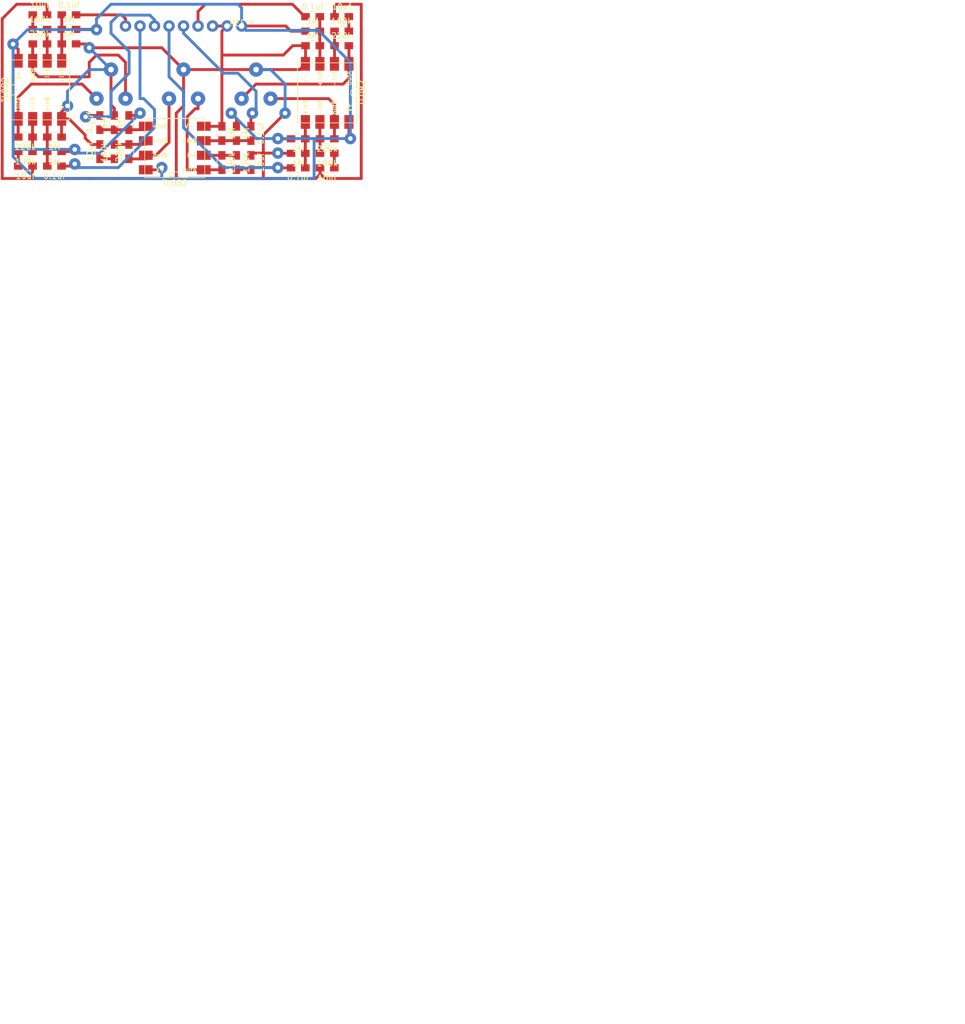
<source format=kicad_pcb>
(kicad_pcb (version 20171130) (host pcbnew 5.1.9)

  (general
    (thickness 1.6)
    (drawings 1)
    (tracks 281)
    (zones 0)
    (modules 46)
    (nets 1)
  )

  (page User 250.012 101.6)
  (layers
    (0 F.Cu signal)
    (31 B.Cu signal)
    (32 B.Adhes user)
    (33 F.Adhes user)
    (34 B.Paste user hide)
    (35 F.Paste user hide)
    (36 B.SilkS user hide)
    (37 F.SilkS user)
    (38 B.Mask user)
    (39 F.Mask user hide)
    (40 Dwgs.User user)
    (41 Cmts.User user hide)
    (42 Eco1.User user)
    (43 Eco2.User user)
    (44 Edge.Cuts user)
    (45 Margin user)
    (46 B.CrtYd user)
    (47 F.CrtYd user)
    (48 B.Fab user)
    (49 F.Fab user hide)
  )

  (setup
    (last_trace_width 0.5)
    (trace_clearance 0.2)
    (zone_clearance 0.508)
    (zone_45_only no)
    (trace_min 0.2)
    (via_size 2)
    (via_drill 0.8)
    (via_min_size 0.4)
    (via_min_drill 0.3)
    (uvia_size 0.3)
    (uvia_drill 0.1)
    (uvias_allowed no)
    (uvia_min_size 0.2)
    (uvia_min_drill 0.1)
    (edge_width 0.15)
    (segment_width 0.2)
    (pcb_text_width 0.3)
    (pcb_text_size 1.5 1.5)
    (mod_edge_width 0.15)
    (mod_text_size 1 1)
    (mod_text_width 0.15)
    (pad_size 2.4 1.6)
    (pad_drill 0.8)
    (pad_to_mask_clearance 0.2)
    (aux_axis_origin 12.7 35.56)
    (visible_elements FFFFFF7F)
    (pcbplotparams
      (layerselection 0x01200_ffffffff)
      (usegerberextensions false)
      (usegerberattributes false)
      (usegerberadvancedattributes false)
      (creategerberjobfile false)
      (excludeedgelayer true)
      (linewidth 0.100000)
      (plotframeref false)
      (viasonmask false)
      (mode 1)
      (useauxorigin true)
      (hpglpennumber 1)
      (hpglpenspeed 20)
      (hpglpendiameter 15.000000)
      (psnegative false)
      (psa4output false)
      (plotreference true)
      (plotvalue true)
      (plotinvisibletext false)
      (padsonsilk false)
      (subtractmaskfromsilk false)
      (outputformat 1)
      (mirror false)
      (drillshape 0)
      (scaleselection 1)
      (outputdirectory "./hexGerb1"))
  )

  (net 0 "")

  (net_class Default "This is the default net class."
    (clearance 0.2)
    (trace_width 0.5)
    (via_dia 2)
    (via_drill 0.8)
    (uvia_dia 0.3)
    (uvia_drill 0.1)
  )

  (module header (layer F.Cu) (tedit 5B524D3B) (tstamp 5B51E06A)
    (at 55.88 7.62 180)
    (fp_text reference REF** (at 0 0.5 180) (layer F.SilkS)
      (effects (font (size 1 1) (thickness 0.15)))
    )
    (fp_text value header (at 0 -0.5 180) (layer F.Fab)
      (effects (font (size 1 1) (thickness 0.15)))
    )
    (pad 1 thru_hole circle (at 0 0 180) (size 2 2) (drill 1) (layers *.Cu *.Mask))
    (pad 2 thru_hole circle (at 2.54 0 180) (size 2 2) (drill 1) (layers *.Cu *.Mask))
    (pad 3 thru_hole circle (at 5.08 0 180) (size 2 2) (drill 1) (layers *.Cu *.Mask))
    (pad 4 thru_hole circle (at 7.62 0 180) (size 2 2) (drill 1) (layers *.Cu *.Mask))
    (pad 5 thru_hole circle (at 10.16 0 180) (size 2 2) (drill 1) (layers *.Cu *.Mask))
    (pad 6 thru_hole circle (at 12.7 0 180) (size 2 2) (drill 1) (layers *.Cu *.Mask))
    (pad 7 thru_hole circle (at 15.24 0 180) (size 2 2) (drill 1) (layers *.Cu *.Mask))
    (pad 8 thru_hole circle (at 17.78 0 180) (size 2 2) (drill 1) (layers *.Cu *.Mask))
    (pad 9 thru_hole circle (at 20.32 0 180) (size 2 2) (drill 1) (layers *.Cu *.Mask))
  )

  (module Connectors:Stereo_Jack_3.5mm_Switch_Ledino_KB3SPRS (layer F.Cu) (tedit 5B524759) (tstamp 5B524C26)
    (at 58.42 20.32)
    (descr https://www.reichelt.de/index.html?ACTION=7&LA=3&OPEN=0&INDEX=0&FILENAME=C160%252FKB3SPRS.pdf)
    (tags "jack stereo TRS")
    (fp_text reference "" (at -3.5 2.3) (layer F.SilkS)
      (effects (font (size 1 1) (thickness 0.15)))
    )
    (fp_text value Out (at 2.3 -12.2) (layer F.Fab)
      (effects (font (size 1 1) (thickness 0.15)))
    )
    (pad R thru_hole circle (at 2.54 0 90) (size 2.5 2.5) (drill 1) (layers *.Cu *.Mask))
    (pad L thru_hole circle (at -2.54 0 90) (size 2.5 2.5) (drill 1) (layers *.Cu *.Mask))
    (pad G thru_hole circle (at 0 -5.08 180) (size 2.5 2.5) (drill 1) (layers *.Cu *.Mask))
    (model ${KISYS3DMOD}/Connectors.3dshapes/Stereo_Jack_3.5mm_Switch_Ledino_KB3SPRS.wrl
      (at (xyz 0 0 0))
      (scale (xyz 1 1 1))
      (rotate (xyz 0 0 0))
    )
  )

  (module Connectors:Stereo_Jack_3.5mm_Switch_Ledino_KB3SPRS (layer F.Cu) (tedit 5B524759) (tstamp 5B524BF8)
    (at 45.72 20.32)
    (descr https://www.reichelt.de/index.html?ACTION=7&LA=3&OPEN=0&INDEX=0&FILENAME=C160%252FKB3SPRS.pdf)
    (tags "jack stereo TRS")
    (fp_text reference "" (at -3.5 2.3) (layer F.SilkS)
      (effects (font (size 1 1) (thickness 0.15)))
    )
    (fp_text value Out (at 2.3 -12.2) (layer F.Fab)
      (effects (font (size 1 1) (thickness 0.15)))
    )
    (pad G thru_hole circle (at 0 -5.08 180) (size 2.5 2.5) (drill 1) (layers *.Cu *.Mask))
    (pad L thru_hole circle (at -2.54 0 90) (size 2.5 2.5) (drill 1) (layers *.Cu *.Mask))
    (pad R thru_hole circle (at 2.54 0 90) (size 2.5 2.5) (drill 1) (layers *.Cu *.Mask))
    (model ${KISYS3DMOD}/Connectors.3dshapes/Stereo_Jack_3.5mm_Switch_Ledino_KB3SPRS.wrl
      (at (xyz 0 0 0))
      (scale (xyz 1 1 1))
      (rotate (xyz 0 0 0))
    )
  )

  (module Connectors:Stereo_Jack_3.5mm_Switch_Ledino_KB3SPRS (layer F.Cu) (tedit 5B524759) (tstamp 5B4FA8ED)
    (at 33.02 20.32)
    (descr https://www.reichelt.de/index.html?ACTION=7&LA=3&OPEN=0&INDEX=0&FILENAME=C160%252FKB3SPRS.pdf)
    (tags "jack stereo TRS")
    (fp_text reference "" (at -3.5 2.3) (layer F.SilkS)
      (effects (font (size 1 1) (thickness 0.15)))
    )
    (fp_text value Out (at 2.3 -12.2) (layer F.Fab)
      (effects (font (size 1 1) (thickness 0.15)))
    )
    (pad R thru_hole circle (at 2.54 0 90) (size 2.5 2.5) (drill 1) (layers *.Cu *.Mask))
    (pad L thru_hole circle (at -2.54 0 90) (size 2.5 2.5) (drill 1) (layers *.Cu *.Mask))
    (pad G thru_hole circle (at 0 -5.08 180) (size 2.5 2.5) (drill 1) (layers *.Cu *.Mask))
    (model ${KISYS3DMOD}/Connectors.3dshapes/Stereo_Jack_3.5mm_Switch_Ledino_KB3SPRS.wrl
      (at (xyz 0 0 0))
      (scale (xyz 1 1 1))
      (rotate (xyz 0 0 0))
    )
  )

  (module Capacitors_SMD:C_0805_HandSoldering (layer F.Cu) (tedit 5B51EB29) (tstamp 5B5224D8)
    (at 68.327635 11.061304)
    (descr "Capacitor SMD 0805, hand soldering")
    (tags "capacitor 0805")
    (attr smd)
    (fp_text reference 1M (at 0 -1.75) (layer F.SilkS)
      (effects (font (size 1 1) (thickness 0.15)))
    )
    (fp_text value C_0805_HandSoldering (at 0 1.75) (layer F.Fab)
      (effects (font (size 1 1) (thickness 0.15)))
    )
    (fp_line (start 2.25 0.87) (end -2.25 0.87) (layer F.CrtYd) (width 0.05))
    (fp_line (start 2.25 0.87) (end 2.25 -0.88) (layer F.CrtYd) (width 0.05))
    (fp_line (start -2.25 -0.88) (end -2.25 0.87) (layer F.CrtYd) (width 0.05))
    (fp_line (start -2.25 -0.88) (end 2.25 -0.88) (layer F.CrtYd) (width 0.05))
    (fp_line (start -0.5 0.85) (end 0.5 0.85) (layer F.SilkS) (width 0.12))
    (fp_line (start 0.5 -0.85) (end -0.5 -0.85) (layer F.SilkS) (width 0.12))
    (fp_line (start -1 -0.62) (end 1 -0.62) (layer F.Fab) (width 0.1))
    (fp_line (start 1 -0.62) (end 1 0.62) (layer F.Fab) (width 0.1))
    (fp_line (start 1 0.62) (end -1 0.62) (layer F.Fab) (width 0.1))
    (fp_line (start -1 0.62) (end -1 -0.62) (layer F.Fab) (width 0.1))
    (fp_text user %R (at 0 -1.75) (layer F.Fab)
      (effects (font (size 1 1) (thickness 0.15)))
    )
    (pad 1 smd rect (at -1.25 0) (size 1.5 1.25) (layers F.Cu F.Paste F.Mask))
    (pad 2 smd rect (at 1.25 0) (size 1.5 1.25) (layers F.Cu F.Paste F.Mask))
    (model Capacitors_SMD.3dshapes/C_0805.wrl
      (at (xyz 0 0 0))
      (scale (xyz 1 1 1))
      (rotate (xyz 0 0 0))
    )
  )

  (module Capacitors_SMD:C_0805_HandSoldering (layer F.Cu) (tedit 5B51E4C5) (tstamp 5B5224BA)
    (at 65.787526 32.431386 180)
    (descr "Capacitor SMD 0805, hand soldering")
    (tags "capacitor 0805")
    (attr smd)
    (fp_text reference 0.1uf (at 0 -1.75 180) (layer F.SilkS)
      (effects (font (size 1 1) (thickness 0.15)))
    )
    (fp_text value C_0805_HandSoldering (at 0 1.75 180) (layer F.Fab)
      (effects (font (size 1 1) (thickness 0.15)))
    )
    (fp_line (start -1 0.62) (end -1 -0.62) (layer F.Fab) (width 0.1))
    (fp_line (start 1 0.62) (end -1 0.62) (layer F.Fab) (width 0.1))
    (fp_line (start 1 -0.62) (end 1 0.62) (layer F.Fab) (width 0.1))
    (fp_line (start -1 -0.62) (end 1 -0.62) (layer F.Fab) (width 0.1))
    (fp_line (start 0.5 -0.85) (end -0.5 -0.85) (layer F.SilkS) (width 0.12))
    (fp_line (start -0.5 0.85) (end 0.5 0.85) (layer F.SilkS) (width 0.12))
    (fp_line (start -2.25 -0.88) (end 2.25 -0.88) (layer F.CrtYd) (width 0.05))
    (fp_line (start -2.25 -0.88) (end -2.25 0.87) (layer F.CrtYd) (width 0.05))
    (fp_line (start 2.25 0.87) (end 2.25 -0.88) (layer F.CrtYd) (width 0.05))
    (fp_line (start 2.25 0.87) (end -2.25 0.87) (layer F.CrtYd) (width 0.05))
    (fp_text user %R (at 0 -1.75 180) (layer F.Fab)
      (effects (font (size 1 1) (thickness 0.15)))
    )
    (pad 2 smd rect (at 1.25 0 180) (size 1.5 1.25) (layers F.Cu F.Paste F.Mask))
    (pad 1 smd rect (at -1.25 0 180) (size 1.5 1.25) (layers F.Cu F.Paste F.Mask))
    (model Capacitors_SMD.3dshapes/C_0805.wrl
      (at (xyz 0 0 0))
      (scale (xyz 1 1 1))
      (rotate (xyz 0 0 0))
    )
  )

  (module Housings_DIP:DIP-8_W7.62mm_Socket_LongPads (layer F.Cu) (tedit 5B51E623) (tstamp 5B522491)
    (at 74.677635 15.506304 270)
    (descr "8-lead though-hole mounted DIP package, row spacing 7.62 mm (300 mils), Socket, LongPads")
    (tags "THT DIP DIL PDIP 2.54mm 7.62mm 300mil Socket LongPads")
    (fp_text reference TL082 (at 3.81 -2.33 270) (layer F.SilkS)
      (effects (font (size 1 1) (thickness 0.15)))
    )
    (fp_text value DIP-8_W7.62mm_Socket_LongPads (at 1.27 11.43 270) (layer F.Fab)
      (effects (font (size 1 1) (thickness 0.15)))
    )
    (fp_line (start 9.15 -1.6) (end -1.55 -1.6) (layer F.CrtYd) (width 0.05))
    (fp_line (start 9.15 9.2) (end 9.15 -1.6) (layer F.CrtYd) (width 0.05))
    (fp_line (start -1.55 9.2) (end 9.15 9.2) (layer F.CrtYd) (width 0.05))
    (fp_line (start -1.55 -1.6) (end -1.55 9.2) (layer F.CrtYd) (width 0.05))
    (fp_line (start 9.06 -1.39) (end -1.44 -1.39) (layer F.SilkS) (width 0.12))
    (fp_line (start 9.06 9.01) (end 9.06 -1.39) (layer F.SilkS) (width 0.12))
    (fp_line (start -1.44 9.01) (end 9.06 9.01) (layer F.SilkS) (width 0.12))
    (fp_line (start -1.44 -1.39) (end -1.44 9.01) (layer F.SilkS) (width 0.12))
    (fp_line (start 6.06 -1.33) (end 4.81 -1.33) (layer F.SilkS) (width 0.12))
    (fp_line (start 1.56 8.95) (end 6.06 8.95) (layer F.SilkS) (width 0.12))
    (fp_line (start 2.81 -1.33) (end 1.56 -1.33) (layer F.SilkS) (width 0.12))
    (fp_line (start 8.89 -1.33) (end -1.27 -1.33) (layer F.Fab) (width 0.1))
    (fp_line (start 8.89 8.95) (end 8.89 -1.33) (layer F.Fab) (width 0.1))
    (fp_line (start -1.27 8.95) (end 8.89 8.95) (layer F.Fab) (width 0.1))
    (fp_line (start -1.27 -1.33) (end -1.27 8.95) (layer F.Fab) (width 0.1))
    (fp_line (start 6.985 8.89) (end 0.635 8.89) (layer F.Fab) (width 0.1))
    (fp_line (start 1.635 -1.27) (end 6.985 -1.27) (layer F.Fab) (width 0.1))
    (fp_arc (start 3.81 -1.33) (end 2.81 -1.33) (angle -180) (layer F.SilkS) (width 0.12))
    (fp_text user "" (at 3.81 5.08 270) (layer F.Fab)
      (effects (font (size 0.8 0.8) (thickness 0.15)))
    )
    (fp_text user OutA (at 1.27 0 270) (layer F.SilkS)
      (effects (font (size 0.75 0.75) (thickness 0.125)))
    )
    (fp_text user -InA (at 1.27 2.54 270) (layer F.SilkS)
      (effects (font (size 0.75 0.75) (thickness 0.125)))
    )
    (fp_text user +InB (at 1.27 5.08 270) (layer F.SilkS)
      (effects (font (size 0.75 0.75) (thickness 0.15)))
    )
    (fp_text user +InB (at 6.35 7.62 270) (layer F.SilkS)
      (effects (font (size 0.75 0.75) (thickness 0.15)))
    )
    (fp_text user V- (at 1.27 7.62 270) (layer F.SilkS)
      (effects (font (size 0.75 0.75) (thickness 0.15)))
    )
    (fp_text user V+ (at 6.35 0 270) (layer F.SilkS)
      (effects (font (size 1 0.75) (thickness 0.15)))
    )
    (fp_text user outB (at 6.35 2.54 270) (layer F.SilkS)
      (effects (font (size 0.75 0.75) (thickness 0.15)))
    )
    (fp_text user -InB (at 6.35 5.08 270) (layer F.SilkS)
      (effects (font (size 0.75 0.75) (thickness 0.15)))
    )
    (pad 1 smd rect (at -1.27 0 270) (size 2.4 1.6) (layers F.Cu F.Paste F.Mask))
    (pad 5 smd rect (at 8.89 7.62 270) (size 2.4 1.6) (layers F.Cu F.Paste F.Mask))
    (pad 2 smd rect (at -1.27 2.54 270) (size 2.4 1.6) (layers F.Cu F.Paste F.Mask))
    (pad 6 smd rect (at 8.89 5.08 270) (size 2.4 1.6) (layers F.Cu F.Paste F.Mask))
    (pad 3 smd trapezoid (at -1.27 5.08 270) (size 2.4 1.6) (layers F.Cu F.Paste F.Mask))
    (pad 7 smd rect (at 8.89 2.54 270) (size 2.4 1.6) (layers F.Cu F.Paste F.Mask))
    (pad 4 smd rect (at -1.27 7.62 270) (size 2.4 1.6) (layers F.Cu F.Paste F.Mask))
    (pad 8 smd rect (at 8.89 0 270) (size 2.4 1.6) (layers F.Cu F.Paste F.Mask))
    (model ${KISYS3DMOD}/Housings_DIP.3dshapes/DIP-8_W7.62mm_Socket.wrl
      (at (xyz 0 0 0))
      (scale (xyz 1 1 1))
      (rotate (xyz 0 0 0))
    )
  )

  (module Capacitors_SMD:C_0805_HandSoldering (layer F.Cu) (tedit 5B51EB29) (tstamp 5B52247D)
    (at 68.327635 8.521304)
    (descr "Capacitor SMD 0805, hand soldering")
    (tags "capacitor 0805")
    (attr smd)
    (fp_text reference 1M (at 0 -1.75) (layer F.SilkS)
      (effects (font (size 1 1) (thickness 0.15)))
    )
    (fp_text value C_0805_HandSoldering (at 0 1.75) (layer F.Fab)
      (effects (font (size 1 1) (thickness 0.15)))
    )
    (fp_line (start -1 0.62) (end -1 -0.62) (layer F.Fab) (width 0.1))
    (fp_line (start 1 0.62) (end -1 0.62) (layer F.Fab) (width 0.1))
    (fp_line (start 1 -0.62) (end 1 0.62) (layer F.Fab) (width 0.1))
    (fp_line (start -1 -0.62) (end 1 -0.62) (layer F.Fab) (width 0.1))
    (fp_line (start 0.5 -0.85) (end -0.5 -0.85) (layer F.SilkS) (width 0.12))
    (fp_line (start -0.5 0.85) (end 0.5 0.85) (layer F.SilkS) (width 0.12))
    (fp_line (start -2.25 -0.88) (end 2.25 -0.88) (layer F.CrtYd) (width 0.05))
    (fp_line (start -2.25 -0.88) (end -2.25 0.87) (layer F.CrtYd) (width 0.05))
    (fp_line (start 2.25 0.87) (end 2.25 -0.88) (layer F.CrtYd) (width 0.05))
    (fp_line (start 2.25 0.87) (end -2.25 0.87) (layer F.CrtYd) (width 0.05))
    (fp_text user %R (at 0 -1.75) (layer F.Fab)
      (effects (font (size 1 1) (thickness 0.15)))
    )
    (pad 2 smd rect (at 1.25 0) (size 1.5 1.25) (layers F.Cu F.Paste F.Mask))
    (pad 1 smd rect (at -1.25 0) (size 1.5 1.25) (layers F.Cu F.Paste F.Mask))
    (model Capacitors_SMD.3dshapes/C_0805.wrl
      (at (xyz 0 0 0))
      (scale (xyz 1 1 1))
      (rotate (xyz 0 0 0))
    )
  )

  (module Capacitors_SMD:C_0805_HandSoldering (layer F.Cu) (tedit 5B51E9A2) (tstamp 5B522469)
    (at 73.407635 8.521304)
    (descr "Capacitor SMD 0805, hand soldering")
    (tags "capacitor 0805")
    (attr smd)
    (fp_text reference 100k (at -0.02 -1.75) (layer F.SilkS)
      (effects (font (size 1 1) (thickness 0.15)))
    )
    (fp_text value C_0805_HandSoldering (at 0 1.75) (layer F.Fab)
      (effects (font (size 1 1) (thickness 0.15)))
    )
    (fp_line (start -1 0.62) (end -1 -0.62) (layer F.Fab) (width 0.1))
    (fp_line (start 1 0.62) (end -1 0.62) (layer F.Fab) (width 0.1))
    (fp_line (start 1 -0.62) (end 1 0.62) (layer F.Fab) (width 0.1))
    (fp_line (start -1 -0.62) (end 1 -0.62) (layer F.Fab) (width 0.1))
    (fp_line (start 0.5 -0.85) (end -0.5 -0.85) (layer F.SilkS) (width 0.12))
    (fp_line (start -0.5 0.85) (end 0.5 0.85) (layer F.SilkS) (width 0.12))
    (fp_line (start -2.25 -0.88) (end 2.25 -0.88) (layer F.CrtYd) (width 0.05))
    (fp_line (start -2.25 -0.88) (end -2.25 0.87) (layer F.CrtYd) (width 0.05))
    (fp_line (start 2.25 0.87) (end 2.25 -0.88) (layer F.CrtYd) (width 0.05))
    (fp_line (start 2.25 0.87) (end -2.25 0.87) (layer F.CrtYd) (width 0.05))
    (fp_text user %R (at 0 -1.75) (layer F.Fab)
      (effects (font (size 1 1) (thickness 0.15)))
    )
    (pad 2 smd rect (at 1.25 0) (size 1.5 1.25) (layers F.Cu F.Paste F.Mask))
    (pad 1 smd rect (at -1.25 0) (size 1.5 1.25) (layers F.Cu F.Paste F.Mask))
    (model Capacitors_SMD.3dshapes/C_0805.wrl
      (at (xyz 0 0 0))
      (scale (xyz 1 1 1))
      (rotate (xyz 0 0 0))
    )
  )

  (module Capacitors_SMD:C_0805_HandSoldering (layer F.Cu) (tedit 5B51E8EB) (tstamp 5B522459)
    (at 73.407635 11.061304)
    (descr "Capacitor SMD 0805, hand soldering")
    (tags "capacitor 0805")
    (attr smd)
    (fp_text reference 220k (at 0 -1.75) (layer F.SilkS)
      (effects (font (size 1 1) (thickness 0.15)))
    )
    (fp_text value C_0805_HandSoldering (at 0 1.75) (layer F.Fab)
      (effects (font (size 1 1) (thickness 0.15)))
    )
    (fp_line (start 2.25 0.87) (end -2.25 0.87) (layer F.CrtYd) (width 0.05))
    (fp_line (start 2.25 0.87) (end 2.25 -0.88) (layer F.CrtYd) (width 0.05))
    (fp_line (start -2.25 -0.88) (end -2.25 0.87) (layer F.CrtYd) (width 0.05))
    (fp_line (start -2.25 -0.88) (end 2.25 -0.88) (layer F.CrtYd) (width 0.05))
    (fp_line (start -0.5 0.85) (end 0.5 0.85) (layer F.SilkS) (width 0.12))
    (fp_line (start 0.5 -0.85) (end -0.5 -0.85) (layer F.SilkS) (width 0.12))
    (fp_line (start -1 -0.62) (end 1 -0.62) (layer F.Fab) (width 0.1))
    (fp_line (start 1 -0.62) (end 1 0.62) (layer F.Fab) (width 0.1))
    (fp_line (start 1 0.62) (end -1 0.62) (layer F.Fab) (width 0.1))
    (fp_line (start -1 0.62) (end -1 -0.62) (layer F.Fab) (width 0.1))
    (fp_text user %R (at 0 -1.75) (layer F.Fab)
      (effects (font (size 1 1) (thickness 0.15)))
    )
    (pad 1 smd rect (at -1.25 0) (size 1.5 1.25) (layers F.Cu F.Paste F.Mask))
    (pad 2 smd rect (at 1.25 0) (size 1.5 1.25) (layers F.Cu F.Paste F.Mask))
    (model Capacitors_SMD.3dshapes/C_0805.wrl
      (at (xyz 0 0 0))
      (scale (xyz 1 1 1))
      (rotate (xyz 0 0 0))
    )
  )

  (module Capacitors_SMD:C_0805_HandSoldering (layer F.Cu) (tedit 5B51E4C5) (tstamp 5B522448)
    (at 68.327635 5.981304)
    (descr "Capacitor SMD 0805, hand soldering")
    (tags "capacitor 0805")
    (attr smd)
    (fp_text reference 0.1uf (at 0 -1.75) (layer F.SilkS)
      (effects (font (size 1 1) (thickness 0.15)))
    )
    (fp_text value C_0805_HandSoldering (at 0 1.75) (layer F.Fab)
      (effects (font (size 1 1) (thickness 0.15)))
    )
    (fp_line (start 2.25 0.87) (end -2.25 0.87) (layer F.CrtYd) (width 0.05))
    (fp_line (start 2.25 0.87) (end 2.25 -0.88) (layer F.CrtYd) (width 0.05))
    (fp_line (start -2.25 -0.88) (end -2.25 0.87) (layer F.CrtYd) (width 0.05))
    (fp_line (start -2.25 -0.88) (end 2.25 -0.88) (layer F.CrtYd) (width 0.05))
    (fp_line (start -0.5 0.85) (end 0.5 0.85) (layer F.SilkS) (width 0.12))
    (fp_line (start 0.5 -0.85) (end -0.5 -0.85) (layer F.SilkS) (width 0.12))
    (fp_line (start -1 -0.62) (end 1 -0.62) (layer F.Fab) (width 0.1))
    (fp_line (start 1 -0.62) (end 1 0.62) (layer F.Fab) (width 0.1))
    (fp_line (start 1 0.62) (end -1 0.62) (layer F.Fab) (width 0.1))
    (fp_line (start -1 0.62) (end -1 -0.62) (layer F.Fab) (width 0.1))
    (fp_text user %R (at 0 -1.75) (layer F.Fab)
      (effects (font (size 1 1) (thickness 0.15)))
    )
    (pad 1 smd rect (at -1.25 0) (size 1.5 1.25) (layers F.Cu F.Paste F.Mask))
    (pad 2 smd rect (at 1.25 0) (size 1.5 1.25) (layers F.Cu F.Paste F.Mask))
    (model Capacitors_SMD.3dshapes/C_0805.wrl
      (at (xyz 0 0 0))
      (scale (xyz 1 1 1))
      (rotate (xyz 0 0 0))
    )
  )

  (module Capacitors_SMD:C_0805_HandSoldering (layer F.Cu) (tedit 5B51E8EB) (tstamp 5B522434)
    (at 70.867526 27.351386 180)
    (descr "Capacitor SMD 0805, hand soldering")
    (tags "capacitor 0805")
    (attr smd)
    (fp_text reference 220k (at 0 -1.75 180) (layer F.SilkS)
      (effects (font (size 1 1) (thickness 0.15)))
    )
    (fp_text value C_0805_HandSoldering (at 0 1.75 180) (layer F.Fab)
      (effects (font (size 1 1) (thickness 0.15)))
    )
    (fp_line (start -1 0.62) (end -1 -0.62) (layer F.Fab) (width 0.1))
    (fp_line (start 1 0.62) (end -1 0.62) (layer F.Fab) (width 0.1))
    (fp_line (start 1 -0.62) (end 1 0.62) (layer F.Fab) (width 0.1))
    (fp_line (start -1 -0.62) (end 1 -0.62) (layer F.Fab) (width 0.1))
    (fp_line (start 0.5 -0.85) (end -0.5 -0.85) (layer F.SilkS) (width 0.12))
    (fp_line (start -0.5 0.85) (end 0.5 0.85) (layer F.SilkS) (width 0.12))
    (fp_line (start -2.25 -0.88) (end 2.25 -0.88) (layer F.CrtYd) (width 0.05))
    (fp_line (start -2.25 -0.88) (end -2.25 0.87) (layer F.CrtYd) (width 0.05))
    (fp_line (start 2.25 0.87) (end 2.25 -0.88) (layer F.CrtYd) (width 0.05))
    (fp_line (start 2.25 0.87) (end -2.25 0.87) (layer F.CrtYd) (width 0.05))
    (fp_text user %R (at 0 -1.75 180) (layer F.Fab)
      (effects (font (size 1 1) (thickness 0.15)))
    )
    (pad 2 smd rect (at 1.25 0 180) (size 1.5 1.25) (layers F.Cu F.Paste F.Mask))
    (pad 1 smd rect (at -1.25 0 180) (size 1.5 1.25) (layers F.Cu F.Paste F.Mask))
    (model Capacitors_SMD.3dshapes/C_0805.wrl
      (at (xyz 0 0 0))
      (scale (xyz 1 1 1))
      (rotate (xyz 0 0 0))
    )
  )

  (module Capacitors_SMD:C_0805_HandSoldering (layer F.Cu) (tedit 5B51EC48) (tstamp 5B522414)
    (at 70.867526 32.431386 180)
    (descr "Capacitor SMD 0805, hand soldering")
    (tags "capacitor 0805")
    (attr smd)
    (fp_text reference 10uf (at 0 -1.75 180) (layer F.SilkS)
      (effects (font (size 1 1) (thickness 0.15)))
    )
    (fp_text value C_0805_HandSoldering (at 0 1.75 180) (layer F.Fab)
      (effects (font (size 1 1) (thickness 0.15)))
    )
    (fp_line (start 2.25 0.87) (end -2.25 0.87) (layer F.CrtYd) (width 0.05))
    (fp_line (start 2.25 0.87) (end 2.25 -0.88) (layer F.CrtYd) (width 0.05))
    (fp_line (start -2.25 -0.88) (end -2.25 0.87) (layer F.CrtYd) (width 0.05))
    (fp_line (start -2.25 -0.88) (end 2.25 -0.88) (layer F.CrtYd) (width 0.05))
    (fp_line (start -0.5 0.85) (end 0.5 0.85) (layer F.SilkS) (width 0.12))
    (fp_line (start 0.5 -0.85) (end -0.5 -0.85) (layer F.SilkS) (width 0.12))
    (fp_line (start -1 -0.62) (end 1 -0.62) (layer F.Fab) (width 0.1))
    (fp_line (start 1 -0.62) (end 1 0.62) (layer F.Fab) (width 0.1))
    (fp_line (start 1 0.62) (end -1 0.62) (layer F.Fab) (width 0.1))
    (fp_line (start -1 0.62) (end -1 -0.62) (layer F.Fab) (width 0.1))
    (fp_text user %R (at 0 -1.75 180) (layer F.Fab)
      (effects (font (size 1 1) (thickness 0.15)))
    )
    (pad 1 smd rect (at -1.25 0 180) (size 1.5 1.25) (layers F.Cu F.Paste F.Mask))
    (pad 2 smd rect (at 1.25 0 180) (size 1.5 1.25) (layers F.Cu F.Paste F.Mask))
    (model Capacitors_SMD.3dshapes/C_0805.wrl
      (at (xyz 0 0 0))
      (scale (xyz 1 1 1))
      (rotate (xyz 0 0 0))
    )
  )

  (module Capacitors_SMD:C_0805_HandSoldering (layer F.Cu) (tedit 5B51EC48) (tstamp 5B522403)
    (at 73.407635 5.981304)
    (descr "Capacitor SMD 0805, hand soldering")
    (tags "capacitor 0805")
    (attr smd)
    (fp_text reference 10uf (at 0 -1.75) (layer F.SilkS)
      (effects (font (size 1 1) (thickness 0.15)))
    )
    (fp_text value C_0805_HandSoldering (at 0 1.75) (layer F.Fab)
      (effects (font (size 1 1) (thickness 0.15)))
    )
    (fp_line (start -1 0.62) (end -1 -0.62) (layer F.Fab) (width 0.1))
    (fp_line (start 1 0.62) (end -1 0.62) (layer F.Fab) (width 0.1))
    (fp_line (start 1 -0.62) (end 1 0.62) (layer F.Fab) (width 0.1))
    (fp_line (start -1 -0.62) (end 1 -0.62) (layer F.Fab) (width 0.1))
    (fp_line (start 0.5 -0.85) (end -0.5 -0.85) (layer F.SilkS) (width 0.12))
    (fp_line (start -0.5 0.85) (end 0.5 0.85) (layer F.SilkS) (width 0.12))
    (fp_line (start -2.25 -0.88) (end 2.25 -0.88) (layer F.CrtYd) (width 0.05))
    (fp_line (start -2.25 -0.88) (end -2.25 0.87) (layer F.CrtYd) (width 0.05))
    (fp_line (start 2.25 0.87) (end 2.25 -0.88) (layer F.CrtYd) (width 0.05))
    (fp_line (start 2.25 0.87) (end -2.25 0.87) (layer F.CrtYd) (width 0.05))
    (fp_text user %R (at 0 -1.75) (layer F.Fab)
      (effects (font (size 1 1) (thickness 0.15)))
    )
    (pad 2 smd rect (at 1.25 0) (size 1.5 1.25) (layers F.Cu F.Paste F.Mask))
    (pad 1 smd rect (at -1.25 0) (size 1.5 1.25) (layers F.Cu F.Paste F.Mask))
    (model Capacitors_SMD.3dshapes/C_0805.wrl
      (at (xyz 0 0 0))
      (scale (xyz 1 1 1))
      (rotate (xyz 0 0 0))
    )
  )

  (module Capacitors_SMD:C_0805_HandSoldering (layer F.Cu) (tedit 5B51EB29) (tstamp 5B5223F3)
    (at 65.787526 27.351386 180)
    (descr "Capacitor SMD 0805, hand soldering")
    (tags "capacitor 0805")
    (attr smd)
    (fp_text reference 1M (at 0 -1.75 180) (layer F.SilkS)
      (effects (font (size 1 1) (thickness 0.15)))
    )
    (fp_text value C_0805_HandSoldering (at 0 1.75 180) (layer F.Fab)
      (effects (font (size 1 1) (thickness 0.15)))
    )
    (fp_line (start -1 0.62) (end -1 -0.62) (layer F.Fab) (width 0.1))
    (fp_line (start 1 0.62) (end -1 0.62) (layer F.Fab) (width 0.1))
    (fp_line (start 1 -0.62) (end 1 0.62) (layer F.Fab) (width 0.1))
    (fp_line (start -1 -0.62) (end 1 -0.62) (layer F.Fab) (width 0.1))
    (fp_line (start 0.5 -0.85) (end -0.5 -0.85) (layer F.SilkS) (width 0.12))
    (fp_line (start -0.5 0.85) (end 0.5 0.85) (layer F.SilkS) (width 0.12))
    (fp_line (start -2.25 -0.88) (end 2.25 -0.88) (layer F.CrtYd) (width 0.05))
    (fp_line (start -2.25 -0.88) (end -2.25 0.87) (layer F.CrtYd) (width 0.05))
    (fp_line (start 2.25 0.87) (end 2.25 -0.88) (layer F.CrtYd) (width 0.05))
    (fp_line (start 2.25 0.87) (end -2.25 0.87) (layer F.CrtYd) (width 0.05))
    (fp_text user %R (at 0 -1.75 180) (layer F.Fab)
      (effects (font (size 1 1) (thickness 0.15)))
    )
    (pad 2 smd rect (at 1.25 0 180) (size 1.5 1.25) (layers F.Cu F.Paste F.Mask))
    (pad 1 smd rect (at -1.25 0 180) (size 1.5 1.25) (layers F.Cu F.Paste F.Mask))
    (model Capacitors_SMD.3dshapes/C_0805.wrl
      (at (xyz 0 0 0))
      (scale (xyz 1 1 1))
      (rotate (xyz 0 0 0))
    )
  )

  (module Capacitors_SMD:C_0805_HandSoldering (layer F.Cu) (tedit 5B51E9A2) (tstamp 5B5223E3)
    (at 70.867526 29.891386 180)
    (descr "Capacitor SMD 0805, hand soldering")
    (tags "capacitor 0805")
    (attr smd)
    (fp_text reference 100k (at -0.02 -1.75 180) (layer F.SilkS)
      (effects (font (size 1 1) (thickness 0.15)))
    )
    (fp_text value C_0805_HandSoldering (at 0 1.75 180) (layer F.Fab)
      (effects (font (size 1 1) (thickness 0.15)))
    )
    (fp_line (start 2.25 0.87) (end -2.25 0.87) (layer F.CrtYd) (width 0.05))
    (fp_line (start 2.25 0.87) (end 2.25 -0.88) (layer F.CrtYd) (width 0.05))
    (fp_line (start -2.25 -0.88) (end -2.25 0.87) (layer F.CrtYd) (width 0.05))
    (fp_line (start -2.25 -0.88) (end 2.25 -0.88) (layer F.CrtYd) (width 0.05))
    (fp_line (start -0.5 0.85) (end 0.5 0.85) (layer F.SilkS) (width 0.12))
    (fp_line (start 0.5 -0.85) (end -0.5 -0.85) (layer F.SilkS) (width 0.12))
    (fp_line (start -1 -0.62) (end 1 -0.62) (layer F.Fab) (width 0.1))
    (fp_line (start 1 -0.62) (end 1 0.62) (layer F.Fab) (width 0.1))
    (fp_line (start 1 0.62) (end -1 0.62) (layer F.Fab) (width 0.1))
    (fp_line (start -1 0.62) (end -1 -0.62) (layer F.Fab) (width 0.1))
    (fp_text user %R (at 0 -1.75 180) (layer F.Fab)
      (effects (font (size 1 1) (thickness 0.15)))
    )
    (pad 1 smd rect (at -1.25 0 180) (size 1.5 1.25) (layers F.Cu F.Paste F.Mask))
    (pad 2 smd rect (at 1.25 0 180) (size 1.5 1.25) (layers F.Cu F.Paste F.Mask))
    (model Capacitors_SMD.3dshapes/C_0805.wrl
      (at (xyz 0 0 0))
      (scale (xyz 1 1 1))
      (rotate (xyz 0 0 0))
    )
  )

  (module Capacitors_SMD:C_0805_HandSoldering (layer F.Cu) (tedit 5B51EB29) (tstamp 5B5223D2)
    (at 65.787526 29.891386 180)
    (descr "Capacitor SMD 0805, hand soldering")
    (tags "capacitor 0805")
    (attr smd)
    (fp_text reference 1M (at 0 -1.75 180) (layer F.SilkS)
      (effects (font (size 1 1) (thickness 0.15)))
    )
    (fp_text value C_0805_HandSoldering (at 0 1.75 180) (layer F.Fab)
      (effects (font (size 1 1) (thickness 0.15)))
    )
    (fp_line (start 2.25 0.87) (end -2.25 0.87) (layer F.CrtYd) (width 0.05))
    (fp_line (start 2.25 0.87) (end 2.25 -0.88) (layer F.CrtYd) (width 0.05))
    (fp_line (start -2.25 -0.88) (end -2.25 0.87) (layer F.CrtYd) (width 0.05))
    (fp_line (start -2.25 -0.88) (end 2.25 -0.88) (layer F.CrtYd) (width 0.05))
    (fp_line (start -0.5 0.85) (end 0.5 0.85) (layer F.SilkS) (width 0.12))
    (fp_line (start 0.5 -0.85) (end -0.5 -0.85) (layer F.SilkS) (width 0.12))
    (fp_line (start -1 -0.62) (end 1 -0.62) (layer F.Fab) (width 0.1))
    (fp_line (start 1 -0.62) (end 1 0.62) (layer F.Fab) (width 0.1))
    (fp_line (start 1 0.62) (end -1 0.62) (layer F.Fab) (width 0.1))
    (fp_line (start -1 0.62) (end -1 -0.62) (layer F.Fab) (width 0.1))
    (fp_text user %R (at 0 -1.75 180) (layer F.Fab)
      (effects (font (size 1 1) (thickness 0.15)))
    )
    (pad 1 smd rect (at -1.25 0 180) (size 1.5 1.25) (layers F.Cu F.Paste F.Mask))
    (pad 2 smd rect (at 1.25 0 180) (size 1.5 1.25) (layers F.Cu F.Paste F.Mask))
    (model Capacitors_SMD.3dshapes/C_0805.wrl
      (at (xyz 0 0 0))
      (scale (xyz 1 1 1))
      (rotate (xyz 0 0 0))
    )
  )

  (module Capacitors_SMD:C_0805_HandSoldering (layer F.Cu) (tedit 5B51EB29) (tstamp 5B52222E)
    (at 54.978696 26.417635 270)
    (descr "Capacitor SMD 0805, hand soldering")
    (tags "capacitor 0805")
    (attr smd)
    (fp_text reference 1M (at 0 -1.75 270) (layer F.SilkS)
      (effects (font (size 1 1) (thickness 0.15)))
    )
    (fp_text value C_0805_HandSoldering (at 0 1.75 270) (layer F.Fab)
      (effects (font (size 1 1) (thickness 0.15)))
    )
    (fp_line (start 2.25 0.87) (end -2.25 0.87) (layer F.CrtYd) (width 0.05))
    (fp_line (start 2.25 0.87) (end 2.25 -0.88) (layer F.CrtYd) (width 0.05))
    (fp_line (start -2.25 -0.88) (end -2.25 0.87) (layer F.CrtYd) (width 0.05))
    (fp_line (start -2.25 -0.88) (end 2.25 -0.88) (layer F.CrtYd) (width 0.05))
    (fp_line (start -0.5 0.85) (end 0.5 0.85) (layer F.SilkS) (width 0.12))
    (fp_line (start 0.5 -0.85) (end -0.5 -0.85) (layer F.SilkS) (width 0.12))
    (fp_line (start -1 -0.62) (end 1 -0.62) (layer F.Fab) (width 0.1))
    (fp_line (start 1 -0.62) (end 1 0.62) (layer F.Fab) (width 0.1))
    (fp_line (start 1 0.62) (end -1 0.62) (layer F.Fab) (width 0.1))
    (fp_line (start -1 0.62) (end -1 -0.62) (layer F.Fab) (width 0.1))
    (fp_text user %R (at 0 -1.75 270) (layer F.Fab)
      (effects (font (size 1 1) (thickness 0.15)))
    )
    (pad 1 smd rect (at -1.25 0 270) (size 1.5 1.25) (layers F.Cu F.Paste F.Mask))
    (pad 2 smd rect (at 1.25 0 270) (size 1.5 1.25) (layers F.Cu F.Paste F.Mask))
    (model Capacitors_SMD.3dshapes/C_0805.wrl
      (at (xyz 0 0 0))
      (scale (xyz 1 1 1))
      (rotate (xyz 0 0 0))
    )
  )

  (module Capacitors_SMD:C_0805_HandSoldering (layer F.Cu) (tedit 5B51E8EB) (tstamp 5B52221C)
    (at 52.438696 31.497635 270)
    (descr "Capacitor SMD 0805, hand soldering")
    (tags "capacitor 0805")
    (attr smd)
    (fp_text reference 220k (at 0 -1.75 270) (layer F.SilkS)
      (effects (font (size 1 1) (thickness 0.15)))
    )
    (fp_text value C_0805_HandSoldering (at 0 1.75 270) (layer F.Fab)
      (effects (font (size 1 1) (thickness 0.15)))
    )
    (fp_line (start -1 0.62) (end -1 -0.62) (layer F.Fab) (width 0.1))
    (fp_line (start 1 0.62) (end -1 0.62) (layer F.Fab) (width 0.1))
    (fp_line (start 1 -0.62) (end 1 0.62) (layer F.Fab) (width 0.1))
    (fp_line (start -1 -0.62) (end 1 -0.62) (layer F.Fab) (width 0.1))
    (fp_line (start 0.5 -0.85) (end -0.5 -0.85) (layer F.SilkS) (width 0.12))
    (fp_line (start -0.5 0.85) (end 0.5 0.85) (layer F.SilkS) (width 0.12))
    (fp_line (start -2.25 -0.88) (end 2.25 -0.88) (layer F.CrtYd) (width 0.05))
    (fp_line (start -2.25 -0.88) (end -2.25 0.87) (layer F.CrtYd) (width 0.05))
    (fp_line (start 2.25 0.87) (end 2.25 -0.88) (layer F.CrtYd) (width 0.05))
    (fp_line (start 2.25 0.87) (end -2.25 0.87) (layer F.CrtYd) (width 0.05))
    (fp_text user %R (at 0 -1.75 270) (layer F.Fab)
      (effects (font (size 1 1) (thickness 0.15)))
    )
    (pad 2 smd rect (at 1.25 0 270) (size 1.5 1.25) (layers F.Cu F.Paste F.Mask))
    (pad 1 smd rect (at -1.25 0 270) (size 1.5 1.25) (layers F.Cu F.Paste F.Mask))
    (model Capacitors_SMD.3dshapes/C_0805.wrl
      (at (xyz 0 0 0))
      (scale (xyz 1 1 1))
      (rotate (xyz 0 0 0))
    )
  )

  (module Capacitors_SMD:C_0805_HandSoldering (layer F.Cu) (tedit 5B51EC48) (tstamp 5B52220C)
    (at 31.068614 29.592526 90)
    (descr "Capacitor SMD 0805, hand soldering")
    (tags "capacitor 0805")
    (attr smd)
    (fp_text reference 10uf (at 0 -1.75 90) (layer F.SilkS)
      (effects (font (size 1 1) (thickness 0.15)))
    )
    (fp_text value C_0805_HandSoldering (at 0 1.75 90) (layer F.Fab)
      (effects (font (size 1 1) (thickness 0.15)))
    )
    (fp_line (start -1 0.62) (end -1 -0.62) (layer F.Fab) (width 0.1))
    (fp_line (start 1 0.62) (end -1 0.62) (layer F.Fab) (width 0.1))
    (fp_line (start 1 -0.62) (end 1 0.62) (layer F.Fab) (width 0.1))
    (fp_line (start -1 -0.62) (end 1 -0.62) (layer F.Fab) (width 0.1))
    (fp_line (start 0.5 -0.85) (end -0.5 -0.85) (layer F.SilkS) (width 0.12))
    (fp_line (start -0.5 0.85) (end 0.5 0.85) (layer F.SilkS) (width 0.12))
    (fp_line (start -2.25 -0.88) (end 2.25 -0.88) (layer F.CrtYd) (width 0.05))
    (fp_line (start -2.25 -0.88) (end -2.25 0.87) (layer F.CrtYd) (width 0.05))
    (fp_line (start 2.25 0.87) (end 2.25 -0.88) (layer F.CrtYd) (width 0.05))
    (fp_line (start 2.25 0.87) (end -2.25 0.87) (layer F.CrtYd) (width 0.05))
    (fp_text user %R (at 0 -1.75 90) (layer F.Fab)
      (effects (font (size 1 1) (thickness 0.15)))
    )
    (pad 2 smd rect (at 1.25 0 90) (size 1.5 1.25) (layers F.Cu F.Paste F.Mask))
    (pad 1 smd rect (at -1.25 0 90) (size 1.5 1.25) (layers F.Cu F.Paste F.Mask))
    (model Capacitors_SMD.3dshapes/C_0805.wrl
      (at (xyz 0 0 0))
      (scale (xyz 1 1 1))
      (rotate (xyz 0 0 0))
    )
  )

  (module Capacitors_SMD:C_0805_HandSoldering (layer F.Cu) (tedit 5B51E8EB) (tstamp 5B5221F9)
    (at 36.148614 29.592526 90)
    (descr "Capacitor SMD 0805, hand soldering")
    (tags "capacitor 0805")
    (attr smd)
    (fp_text reference 220k (at 0 -1.75 90) (layer F.SilkS)
      (effects (font (size 1 1) (thickness 0.15)))
    )
    (fp_text value C_0805_HandSoldering (at 0 1.75 90) (layer F.Fab)
      (effects (font (size 1 1) (thickness 0.15)))
    )
    (fp_line (start 2.25 0.87) (end -2.25 0.87) (layer F.CrtYd) (width 0.05))
    (fp_line (start 2.25 0.87) (end 2.25 -0.88) (layer F.CrtYd) (width 0.05))
    (fp_line (start -2.25 -0.88) (end -2.25 0.87) (layer F.CrtYd) (width 0.05))
    (fp_line (start -2.25 -0.88) (end 2.25 -0.88) (layer F.CrtYd) (width 0.05))
    (fp_line (start -0.5 0.85) (end 0.5 0.85) (layer F.SilkS) (width 0.12))
    (fp_line (start 0.5 -0.85) (end -0.5 -0.85) (layer F.SilkS) (width 0.12))
    (fp_line (start -1 -0.62) (end 1 -0.62) (layer F.Fab) (width 0.1))
    (fp_line (start 1 -0.62) (end 1 0.62) (layer F.Fab) (width 0.1))
    (fp_line (start 1 0.62) (end -1 0.62) (layer F.Fab) (width 0.1))
    (fp_line (start -1 0.62) (end -1 -0.62) (layer F.Fab) (width 0.1))
    (fp_text user %R (at 0 -1.75 90) (layer F.Fab)
      (effects (font (size 1 1) (thickness 0.15)))
    )
    (pad 1 smd rect (at -1.25 0 90) (size 1.5 1.25) (layers F.Cu F.Paste F.Mask))
    (pad 2 smd rect (at 1.25 0 90) (size 1.5 1.25) (layers F.Cu F.Paste F.Mask))
    (model Capacitors_SMD.3dshapes/C_0805.wrl
      (at (xyz 0 0 0))
      (scale (xyz 1 1 1))
      (rotate (xyz 0 0 0))
    )
  )

  (module Capacitors_SMD:C_0805_HandSoldering (layer F.Cu) (tedit 5B51EB29) (tstamp 5B5221D9)
    (at 52.438696 26.417635 270)
    (descr "Capacitor SMD 0805, hand soldering")
    (tags "capacitor 0805")
    (attr smd)
    (fp_text reference 1M (at 0 -1.75 270) (layer F.SilkS)
      (effects (font (size 1 1) (thickness 0.15)))
    )
    (fp_text value C_0805_HandSoldering (at 0 1.75 270) (layer F.Fab)
      (effects (font (size 1 1) (thickness 0.15)))
    )
    (fp_line (start -1 0.62) (end -1 -0.62) (layer F.Fab) (width 0.1))
    (fp_line (start 1 0.62) (end -1 0.62) (layer F.Fab) (width 0.1))
    (fp_line (start 1 -0.62) (end 1 0.62) (layer F.Fab) (width 0.1))
    (fp_line (start -1 -0.62) (end 1 -0.62) (layer F.Fab) (width 0.1))
    (fp_line (start 0.5 -0.85) (end -0.5 -0.85) (layer F.SilkS) (width 0.12))
    (fp_line (start -0.5 0.85) (end 0.5 0.85) (layer F.SilkS) (width 0.12))
    (fp_line (start -2.25 -0.88) (end 2.25 -0.88) (layer F.CrtYd) (width 0.05))
    (fp_line (start -2.25 -0.88) (end -2.25 0.87) (layer F.CrtYd) (width 0.05))
    (fp_line (start 2.25 0.87) (end 2.25 -0.88) (layer F.CrtYd) (width 0.05))
    (fp_line (start 2.25 0.87) (end -2.25 0.87) (layer F.CrtYd) (width 0.05))
    (fp_text user %R (at 0 -1.75 270) (layer F.Fab)
      (effects (font (size 1 1) (thickness 0.15)))
    )
    (pad 2 smd rect (at 1.25 0 270) (size 1.5 1.25) (layers F.Cu F.Paste F.Mask))
    (pad 1 smd rect (at -1.25 0 270) (size 1.5 1.25) (layers F.Cu F.Paste F.Mask))
    (model Capacitors_SMD.3dshapes/C_0805.wrl
      (at (xyz 0 0 0))
      (scale (xyz 1 1 1))
      (rotate (xyz 0 0 0))
    )
  )

  (module Capacitors_SMD:C_0805_HandSoldering (layer F.Cu) (tedit 5B51E4C5) (tstamp 5B5221C5)
    (at 57.518696 26.417635 270)
    (descr "Capacitor SMD 0805, hand soldering")
    (tags "capacitor 0805")
    (attr smd)
    (fp_text reference 0.1uf (at 0 -1.75 270) (layer F.SilkS)
      (effects (font (size 1 1) (thickness 0.15)))
    )
    (fp_text value C_0805_HandSoldering (at 0 1.75 270) (layer F.Fab)
      (effects (font (size 1 1) (thickness 0.15)))
    )
    (fp_line (start -1 0.62) (end -1 -0.62) (layer F.Fab) (width 0.1))
    (fp_line (start 1 0.62) (end -1 0.62) (layer F.Fab) (width 0.1))
    (fp_line (start 1 -0.62) (end 1 0.62) (layer F.Fab) (width 0.1))
    (fp_line (start -1 -0.62) (end 1 -0.62) (layer F.Fab) (width 0.1))
    (fp_line (start 0.5 -0.85) (end -0.5 -0.85) (layer F.SilkS) (width 0.12))
    (fp_line (start -0.5 0.85) (end 0.5 0.85) (layer F.SilkS) (width 0.12))
    (fp_line (start -2.25 -0.88) (end 2.25 -0.88) (layer F.CrtYd) (width 0.05))
    (fp_line (start -2.25 -0.88) (end -2.25 0.87) (layer F.CrtYd) (width 0.05))
    (fp_line (start 2.25 0.87) (end 2.25 -0.88) (layer F.CrtYd) (width 0.05))
    (fp_line (start 2.25 0.87) (end -2.25 0.87) (layer F.CrtYd) (width 0.05))
    (fp_text user %R (at 0 -1.75 270) (layer F.Fab)
      (effects (font (size 1 1) (thickness 0.15)))
    )
    (pad 2 smd rect (at 1.25 0 270) (size 1.5 1.25) (layers F.Cu F.Paste F.Mask))
    (pad 1 smd rect (at -1.25 0 270) (size 1.5 1.25) (layers F.Cu F.Paste F.Mask))
    (model Capacitors_SMD.3dshapes/C_0805.wrl
      (at (xyz 0 0 0))
      (scale (xyz 1 1 1))
      (rotate (xyz 0 0 0))
    )
  )

  (module Capacitors_SMD:C_0805_HandSoldering (layer F.Cu) (tedit 5B51EC48) (tstamp 5B5221B1)
    (at 57.518696 31.497635 270)
    (descr "Capacitor SMD 0805, hand soldering")
    (tags "capacitor 0805")
    (attr smd)
    (fp_text reference 10uf (at 0 -1.75 270) (layer F.SilkS)
      (effects (font (size 1 1) (thickness 0.15)))
    )
    (fp_text value C_0805_HandSoldering (at 0 1.75 270) (layer F.Fab)
      (effects (font (size 1 1) (thickness 0.15)))
    )
    (fp_line (start 2.25 0.87) (end -2.25 0.87) (layer F.CrtYd) (width 0.05))
    (fp_line (start 2.25 0.87) (end 2.25 -0.88) (layer F.CrtYd) (width 0.05))
    (fp_line (start -2.25 -0.88) (end -2.25 0.87) (layer F.CrtYd) (width 0.05))
    (fp_line (start -2.25 -0.88) (end 2.25 -0.88) (layer F.CrtYd) (width 0.05))
    (fp_line (start -0.5 0.85) (end 0.5 0.85) (layer F.SilkS) (width 0.12))
    (fp_line (start 0.5 -0.85) (end -0.5 -0.85) (layer F.SilkS) (width 0.12))
    (fp_line (start -1 -0.62) (end 1 -0.62) (layer F.Fab) (width 0.1))
    (fp_line (start 1 -0.62) (end 1 0.62) (layer F.Fab) (width 0.1))
    (fp_line (start 1 0.62) (end -1 0.62) (layer F.Fab) (width 0.1))
    (fp_line (start -1 0.62) (end -1 -0.62) (layer F.Fab) (width 0.1))
    (fp_text user %R (at 0 -1.75 270) (layer F.Fab)
      (effects (font (size 1 1) (thickness 0.15)))
    )
    (pad 1 smd rect (at -1.25 0 270) (size 1.5 1.25) (layers F.Cu F.Paste F.Mask))
    (pad 2 smd rect (at 1.25 0 270) (size 1.5 1.25) (layers F.Cu F.Paste F.Mask))
    (model Capacitors_SMD.3dshapes/C_0805.wrl
      (at (xyz 0 0 0))
      (scale (xyz 1 1 1))
      (rotate (xyz 0 0 0))
    )
  )

  (module Capacitors_SMD:C_0805_HandSoldering (layer F.Cu) (tedit 5B51EB29) (tstamp 5B52219D)
    (at 36.148614 24.512526 90)
    (descr "Capacitor SMD 0805, hand soldering")
    (tags "capacitor 0805")
    (attr smd)
    (fp_text reference 1M (at 0 -1.75 90) (layer F.SilkS)
      (effects (font (size 1 1) (thickness 0.15)))
    )
    (fp_text value C_0805_HandSoldering (at 0 1.75 90) (layer F.Fab)
      (effects (font (size 1 1) (thickness 0.15)))
    )
    (fp_line (start 2.25 0.87) (end -2.25 0.87) (layer F.CrtYd) (width 0.05))
    (fp_line (start 2.25 0.87) (end 2.25 -0.88) (layer F.CrtYd) (width 0.05))
    (fp_line (start -2.25 -0.88) (end -2.25 0.87) (layer F.CrtYd) (width 0.05))
    (fp_line (start -2.25 -0.88) (end 2.25 -0.88) (layer F.CrtYd) (width 0.05))
    (fp_line (start -0.5 0.85) (end 0.5 0.85) (layer F.SilkS) (width 0.12))
    (fp_line (start 0.5 -0.85) (end -0.5 -0.85) (layer F.SilkS) (width 0.12))
    (fp_line (start -1 -0.62) (end 1 -0.62) (layer F.Fab) (width 0.1))
    (fp_line (start 1 -0.62) (end 1 0.62) (layer F.Fab) (width 0.1))
    (fp_line (start 1 0.62) (end -1 0.62) (layer F.Fab) (width 0.1))
    (fp_line (start -1 0.62) (end -1 -0.62) (layer F.Fab) (width 0.1))
    (fp_text user %R (at 0 -1.75 90) (layer F.Fab)
      (effects (font (size 1 1) (thickness 0.15)))
    )
    (pad 1 smd rect (at -1.25 0 90) (size 1.5 1.25) (layers F.Cu F.Paste F.Mask))
    (pad 2 smd rect (at 1.25 0 90) (size 1.5 1.25) (layers F.Cu F.Paste F.Mask))
    (model Capacitors_SMD.3dshapes/C_0805.wrl
      (at (xyz 0 0 0))
      (scale (xyz 1 1 1))
      (rotate (xyz 0 0 0))
    )
  )

  (module Housings_DIP:DIP-8_W7.62mm_Socket_LongPads (layer F.Cu) (tedit 5B51E623) (tstamp 5B522175)
    (at 47.993696 32.767635 180)
    (descr "8-lead though-hole mounted DIP package, row spacing 7.62 mm (300 mils), Socket, LongPads")
    (tags "THT DIP DIL PDIP 2.54mm 7.62mm 300mil Socket LongPads")
    (fp_text reference TL082 (at 3.81 -2.33 180) (layer F.SilkS)
      (effects (font (size 1 1) (thickness 0.15)))
    )
    (fp_text value DIP-8_W7.62mm_Socket_LongPads (at 1.27 11.43 180) (layer F.Fab)
      (effects (font (size 1 1) (thickness 0.15)))
    )
    (fp_line (start 1.635 -1.27) (end 6.985 -1.27) (layer F.Fab) (width 0.1))
    (fp_line (start 6.985 8.89) (end 0.635 8.89) (layer F.Fab) (width 0.1))
    (fp_line (start -1.27 -1.33) (end -1.27 8.95) (layer F.Fab) (width 0.1))
    (fp_line (start -1.27 8.95) (end 8.89 8.95) (layer F.Fab) (width 0.1))
    (fp_line (start 8.89 8.95) (end 8.89 -1.33) (layer F.Fab) (width 0.1))
    (fp_line (start 8.89 -1.33) (end -1.27 -1.33) (layer F.Fab) (width 0.1))
    (fp_line (start 2.81 -1.33) (end 1.56 -1.33) (layer F.SilkS) (width 0.12))
    (fp_line (start 1.56 8.95) (end 6.06 8.95) (layer F.SilkS) (width 0.12))
    (fp_line (start 6.06 -1.33) (end 4.81 -1.33) (layer F.SilkS) (width 0.12))
    (fp_line (start -1.44 -1.39) (end -1.44 9.01) (layer F.SilkS) (width 0.12))
    (fp_line (start -1.44 9.01) (end 9.06 9.01) (layer F.SilkS) (width 0.12))
    (fp_line (start 9.06 9.01) (end 9.06 -1.39) (layer F.SilkS) (width 0.12))
    (fp_line (start 9.06 -1.39) (end -1.44 -1.39) (layer F.SilkS) (width 0.12))
    (fp_line (start -1.55 -1.6) (end -1.55 9.2) (layer F.CrtYd) (width 0.05))
    (fp_line (start -1.55 9.2) (end 9.15 9.2) (layer F.CrtYd) (width 0.05))
    (fp_line (start 9.15 9.2) (end 9.15 -1.6) (layer F.CrtYd) (width 0.05))
    (fp_line (start 9.15 -1.6) (end -1.55 -1.6) (layer F.CrtYd) (width 0.05))
    (fp_text user -InB (at 6.35 5.08 180) (layer F.SilkS)
      (effects (font (size 0.75 0.75) (thickness 0.15)))
    )
    (fp_text user outB (at 6.35 2.54 180) (layer F.SilkS)
      (effects (font (size 0.75 0.75) (thickness 0.15)))
    )
    (fp_text user V+ (at 6.35 0 180) (layer F.SilkS)
      (effects (font (size 1 0.75) (thickness 0.15)))
    )
    (fp_text user V- (at 1.27 7.62 180) (layer F.SilkS)
      (effects (font (size 0.75 0.75) (thickness 0.15)))
    )
    (fp_text user +InB (at 6.35 7.62 180) (layer F.SilkS)
      (effects (font (size 0.75 0.75) (thickness 0.15)))
    )
    (fp_text user +InB (at 1.27 5.08 180) (layer F.SilkS)
      (effects (font (size 0.75 0.75) (thickness 0.15)))
    )
    (fp_text user -InA (at 1.27 2.54 180) (layer F.SilkS)
      (effects (font (size 0.75 0.75) (thickness 0.125)))
    )
    (fp_text user OutA (at 1.27 0 180) (layer F.SilkS)
      (effects (font (size 0.75 0.75) (thickness 0.125)))
    )
    (fp_text user "" (at 3.81 5.08 180) (layer F.Fab)
      (effects (font (size 0.8 0.8) (thickness 0.15)))
    )
    (fp_arc (start 3.81 -1.33) (end 2.81 -1.33) (angle -180) (layer F.SilkS) (width 0.12))
    (pad 8 smd rect (at 8.89 0 180) (size 2.4 1.6) (layers F.Cu F.Paste F.Mask))
    (pad 4 smd rect (at -1.27 7.62 180) (size 2.4 1.6) (layers F.Cu F.Paste F.Mask))
    (pad 7 smd rect (at 8.89 2.54 180) (size 2.4 1.6) (layers F.Cu F.Paste F.Mask))
    (pad 3 smd trapezoid (at -1.27 5.08 180) (size 2.4 1.6) (layers F.Cu F.Paste F.Mask))
    (pad 6 smd rect (at 8.89 5.08 180) (size 2.4 1.6) (layers F.Cu F.Paste F.Mask))
    (pad 2 smd rect (at -1.27 2.54 180) (size 2.4 1.6) (layers F.Cu F.Paste F.Mask))
    (pad 5 smd rect (at 8.89 7.62 180) (size 2.4 1.6) (layers F.Cu F.Paste F.Mask))
    (pad 1 smd rect (at -1.27 0 180) (size 2.4 1.6) (layers F.Cu F.Paste F.Mask))
    (model ${KISYS3DMOD}/Housings_DIP.3dshapes/DIP-8_W7.62mm_Socket.wrl
      (at (xyz 0 0 0))
      (scale (xyz 1 1 1))
      (rotate (xyz 0 0 0))
    )
  )

  (module Capacitors_SMD:C_0805_HandSoldering (layer F.Cu) (tedit 5B51E4C5) (tstamp 5B522165)
    (at 31.068614 24.512526 90)
    (descr "Capacitor SMD 0805, hand soldering")
    (tags "capacitor 0805")
    (attr smd)
    (fp_text reference 0.1uf (at 0 -1.75 90) (layer F.SilkS)
      (effects (font (size 1 1) (thickness 0.15)))
    )
    (fp_text value C_0805_HandSoldering (at 0 1.75 90) (layer F.Fab)
      (effects (font (size 1 1) (thickness 0.15)))
    )
    (fp_line (start 2.25 0.87) (end -2.25 0.87) (layer F.CrtYd) (width 0.05))
    (fp_line (start 2.25 0.87) (end 2.25 -0.88) (layer F.CrtYd) (width 0.05))
    (fp_line (start -2.25 -0.88) (end -2.25 0.87) (layer F.CrtYd) (width 0.05))
    (fp_line (start -2.25 -0.88) (end 2.25 -0.88) (layer F.CrtYd) (width 0.05))
    (fp_line (start -0.5 0.85) (end 0.5 0.85) (layer F.SilkS) (width 0.12))
    (fp_line (start 0.5 -0.85) (end -0.5 -0.85) (layer F.SilkS) (width 0.12))
    (fp_line (start -1 -0.62) (end 1 -0.62) (layer F.Fab) (width 0.1))
    (fp_line (start 1 -0.62) (end 1 0.62) (layer F.Fab) (width 0.1))
    (fp_line (start 1 0.62) (end -1 0.62) (layer F.Fab) (width 0.1))
    (fp_line (start -1 0.62) (end -1 -0.62) (layer F.Fab) (width 0.1))
    (fp_text user %R (at 0 -1.75 90) (layer F.Fab)
      (effects (font (size 1 1) (thickness 0.15)))
    )
    (pad 1 smd rect (at -1.25 0 90) (size 1.5 1.25) (layers F.Cu F.Paste F.Mask))
    (pad 2 smd rect (at 1.25 0 90) (size 1.5 1.25) (layers F.Cu F.Paste F.Mask))
    (model Capacitors_SMD.3dshapes/C_0805.wrl
      (at (xyz 0 0 0))
      (scale (xyz 1 1 1))
      (rotate (xyz 0 0 0))
    )
  )

  (module Capacitors_SMD:C_0805_HandSoldering (layer F.Cu) (tedit 5B51E9A2) (tstamp 5B522154)
    (at 54.978696 31.497635 270)
    (descr "Capacitor SMD 0805, hand soldering")
    (tags "capacitor 0805")
    (attr smd)
    (fp_text reference 100k (at -0.02 -1.75 270) (layer F.SilkS)
      (effects (font (size 1 1) (thickness 0.15)))
    )
    (fp_text value C_0805_HandSoldering (at 0 1.75 270) (layer F.Fab)
      (effects (font (size 1 1) (thickness 0.15)))
    )
    (fp_line (start 2.25 0.87) (end -2.25 0.87) (layer F.CrtYd) (width 0.05))
    (fp_line (start 2.25 0.87) (end 2.25 -0.88) (layer F.CrtYd) (width 0.05))
    (fp_line (start -2.25 -0.88) (end -2.25 0.87) (layer F.CrtYd) (width 0.05))
    (fp_line (start -2.25 -0.88) (end 2.25 -0.88) (layer F.CrtYd) (width 0.05))
    (fp_line (start -0.5 0.85) (end 0.5 0.85) (layer F.SilkS) (width 0.12))
    (fp_line (start 0.5 -0.85) (end -0.5 -0.85) (layer F.SilkS) (width 0.12))
    (fp_line (start -1 -0.62) (end 1 -0.62) (layer F.Fab) (width 0.1))
    (fp_line (start 1 -0.62) (end 1 0.62) (layer F.Fab) (width 0.1))
    (fp_line (start 1 0.62) (end -1 0.62) (layer F.Fab) (width 0.1))
    (fp_line (start -1 0.62) (end -1 -0.62) (layer F.Fab) (width 0.1))
    (fp_text user %R (at 0 -1.75 270) (layer F.Fab)
      (effects (font (size 1 1) (thickness 0.15)))
    )
    (pad 1 smd rect (at -1.25 0 270) (size 1.5 1.25) (layers F.Cu F.Paste F.Mask))
    (pad 2 smd rect (at 1.25 0 270) (size 1.5 1.25) (layers F.Cu F.Paste F.Mask))
    (model Capacitors_SMD.3dshapes/C_0805.wrl
      (at (xyz 0 0 0))
      (scale (xyz 1 1 1))
      (rotate (xyz 0 0 0))
    )
  )

  (module Capacitors_SMD:C_0805_HandSoldering (layer F.Cu) (tedit 5B51E9A2) (tstamp 5B52213A)
    (at 33.608614 29.592526 90)
    (descr "Capacitor SMD 0805, hand soldering")
    (tags "capacitor 0805")
    (attr smd)
    (fp_text reference 100k (at -0.02 -1.75 90) (layer F.SilkS)
      (effects (font (size 1 1) (thickness 0.15)))
    )
    (fp_text value C_0805_HandSoldering (at 0 1.75 90) (layer F.Fab)
      (effects (font (size 1 1) (thickness 0.15)))
    )
    (fp_line (start -1 0.62) (end -1 -0.62) (layer F.Fab) (width 0.1))
    (fp_line (start 1 0.62) (end -1 0.62) (layer F.Fab) (width 0.1))
    (fp_line (start 1 -0.62) (end 1 0.62) (layer F.Fab) (width 0.1))
    (fp_line (start -1 -0.62) (end 1 -0.62) (layer F.Fab) (width 0.1))
    (fp_line (start 0.5 -0.85) (end -0.5 -0.85) (layer F.SilkS) (width 0.12))
    (fp_line (start -0.5 0.85) (end 0.5 0.85) (layer F.SilkS) (width 0.12))
    (fp_line (start -2.25 -0.88) (end 2.25 -0.88) (layer F.CrtYd) (width 0.05))
    (fp_line (start -2.25 -0.88) (end -2.25 0.87) (layer F.CrtYd) (width 0.05))
    (fp_line (start 2.25 0.87) (end 2.25 -0.88) (layer F.CrtYd) (width 0.05))
    (fp_line (start 2.25 0.87) (end -2.25 0.87) (layer F.CrtYd) (width 0.05))
    (fp_text user %R (at 0 -1.75 90) (layer F.Fab)
      (effects (font (size 1 1) (thickness 0.15)))
    )
    (pad 2 smd rect (at 1.25 0 90) (size 1.5 1.25) (layers F.Cu F.Paste F.Mask))
    (pad 1 smd rect (at -1.25 0 90) (size 1.5 1.25) (layers F.Cu F.Paste F.Mask))
    (model Capacitors_SMD.3dshapes/C_0805.wrl
      (at (xyz 0 0 0))
      (scale (xyz 1 1 1))
      (rotate (xyz 0 0 0))
    )
  )

  (module Capacitors_SMD:C_0805_HandSoldering (layer F.Cu) (tedit 5B51EB29) (tstamp 5B52212A)
    (at 33.608614 24.512526 90)
    (descr "Capacitor SMD 0805, hand soldering")
    (tags "capacitor 0805")
    (attr smd)
    (fp_text reference 1M (at 0 -1.75 90) (layer F.SilkS)
      (effects (font (size 1 1) (thickness 0.15)))
    )
    (fp_text value C_0805_HandSoldering (at 0 1.75 90) (layer F.Fab)
      (effects (font (size 1 1) (thickness 0.15)))
    )
    (fp_line (start -1 0.62) (end -1 -0.62) (layer F.Fab) (width 0.1))
    (fp_line (start 1 0.62) (end -1 0.62) (layer F.Fab) (width 0.1))
    (fp_line (start 1 -0.62) (end 1 0.62) (layer F.Fab) (width 0.1))
    (fp_line (start -1 -0.62) (end 1 -0.62) (layer F.Fab) (width 0.1))
    (fp_line (start 0.5 -0.85) (end -0.5 -0.85) (layer F.SilkS) (width 0.12))
    (fp_line (start -0.5 0.85) (end 0.5 0.85) (layer F.SilkS) (width 0.12))
    (fp_line (start -2.25 -0.88) (end 2.25 -0.88) (layer F.CrtYd) (width 0.05))
    (fp_line (start -2.25 -0.88) (end -2.25 0.87) (layer F.CrtYd) (width 0.05))
    (fp_line (start 2.25 0.87) (end 2.25 -0.88) (layer F.CrtYd) (width 0.05))
    (fp_line (start 2.25 0.87) (end -2.25 0.87) (layer F.CrtYd) (width 0.05))
    (fp_text user %R (at 0 -1.75 90) (layer F.Fab)
      (effects (font (size 1 1) (thickness 0.15)))
    )
    (pad 2 smd rect (at 1.25 0 90) (size 1.5 1.25) (layers F.Cu F.Paste F.Mask))
    (pad 1 smd rect (at -1.25 0 90) (size 1.5 1.25) (layers F.Cu F.Paste F.Mask))
    (model Capacitors_SMD.3dshapes/C_0805.wrl
      (at (xyz 0 0 0))
      (scale (xyz 1 1 1))
      (rotate (xyz 0 0 0))
    )
  )

  (module Capacitors_SMD:C_0805_HandSoldering (layer F.Cu) (tedit 5B51EB29) (tstamp 5B520BEF)
    (at 25.652474 8.208614)
    (descr "Capacitor SMD 0805, hand soldering")
    (tags "capacitor 0805")
    (attr smd)
    (fp_text reference 1M (at 0 -1.75) (layer F.SilkS)
      (effects (font (size 1 1) (thickness 0.15)))
    )
    (fp_text value C_0805_HandSoldering (at 0 1.75) (layer F.Fab)
      (effects (font (size 1 1) (thickness 0.15)))
    )
    (fp_line (start 2.25 0.87) (end -2.25 0.87) (layer F.CrtYd) (width 0.05))
    (fp_line (start 2.25 0.87) (end 2.25 -0.88) (layer F.CrtYd) (width 0.05))
    (fp_line (start -2.25 -0.88) (end -2.25 0.87) (layer F.CrtYd) (width 0.05))
    (fp_line (start -2.25 -0.88) (end 2.25 -0.88) (layer F.CrtYd) (width 0.05))
    (fp_line (start -0.5 0.85) (end 0.5 0.85) (layer F.SilkS) (width 0.12))
    (fp_line (start 0.5 -0.85) (end -0.5 -0.85) (layer F.SilkS) (width 0.12))
    (fp_line (start -1 -0.62) (end 1 -0.62) (layer F.Fab) (width 0.1))
    (fp_line (start 1 -0.62) (end 1 0.62) (layer F.Fab) (width 0.1))
    (fp_line (start 1 0.62) (end -1 0.62) (layer F.Fab) (width 0.1))
    (fp_line (start -1 0.62) (end -1 -0.62) (layer F.Fab) (width 0.1))
    (fp_text user %R (at 0 -1.75) (layer F.Fab)
      (effects (font (size 1 1) (thickness 0.15)))
    )
    (pad 1 smd rect (at -1.25 0) (size 1.5 1.25) (layers F.Cu F.Paste F.Mask))
    (pad 2 smd rect (at 1.25 0) (size 1.5 1.25) (layers F.Cu F.Paste F.Mask))
    (model Capacitors_SMD.3dshapes/C_0805.wrl
      (at (xyz 0 0 0))
      (scale (xyz 1 1 1))
      (rotate (xyz 0 0 0))
    )
  )

  (module Capacitors_SMD:C_0805_HandSoldering (layer F.Cu) (tedit 5B51E8EB) (tstamp 5B52097F)
    (at 20.572474 10.748614)
    (descr "Capacitor SMD 0805, hand soldering")
    (tags "capacitor 0805")
    (attr smd)
    (fp_text reference 220k (at 0 -1.75) (layer F.SilkS)
      (effects (font (size 1 1) (thickness 0.15)))
    )
    (fp_text value C_0805_HandSoldering (at 0 1.75) (layer F.Fab)
      (effects (font (size 1 1) (thickness 0.15)))
    )
    (fp_line (start -1 0.62) (end -1 -0.62) (layer F.Fab) (width 0.1))
    (fp_line (start 1 0.62) (end -1 0.62) (layer F.Fab) (width 0.1))
    (fp_line (start 1 -0.62) (end 1 0.62) (layer F.Fab) (width 0.1))
    (fp_line (start -1 -0.62) (end 1 -0.62) (layer F.Fab) (width 0.1))
    (fp_line (start 0.5 -0.85) (end -0.5 -0.85) (layer F.SilkS) (width 0.12))
    (fp_line (start -0.5 0.85) (end 0.5 0.85) (layer F.SilkS) (width 0.12))
    (fp_line (start -2.25 -0.88) (end 2.25 -0.88) (layer F.CrtYd) (width 0.05))
    (fp_line (start -2.25 -0.88) (end -2.25 0.87) (layer F.CrtYd) (width 0.05))
    (fp_line (start 2.25 0.87) (end 2.25 -0.88) (layer F.CrtYd) (width 0.05))
    (fp_line (start 2.25 0.87) (end -2.25 0.87) (layer F.CrtYd) (width 0.05))
    (fp_text user %R (at 0 -1.75) (layer F.Fab)
      (effects (font (size 1 1) (thickness 0.15)))
    )
    (pad 2 smd rect (at 1.25 0) (size 1.5 1.25) (layers F.Cu F.Paste F.Mask))
    (pad 1 smd rect (at -1.25 0) (size 1.5 1.25) (layers F.Cu F.Paste F.Mask))
    (model Capacitors_SMD.3dshapes/C_0805.wrl
      (at (xyz 0 0 0))
      (scale (xyz 1 1 1))
      (rotate (xyz 0 0 0))
    )
  )

  (module Capacitors_SMD:C_0805_HandSoldering (layer F.Cu) (tedit 5B51EB29) (tstamp 5B520A96)
    (at 25.652474 10.748614)
    (descr "Capacitor SMD 0805, hand soldering")
    (tags "capacitor 0805")
    (attr smd)
    (fp_text reference 1M (at 0 -1.75) (layer F.SilkS)
      (effects (font (size 1 1) (thickness 0.15)))
    )
    (fp_text value C_0805_HandSoldering (at 0 1.75) (layer F.Fab)
      (effects (font (size 1 1) (thickness 0.15)))
    )
    (fp_line (start -1 0.62) (end -1 -0.62) (layer F.Fab) (width 0.1))
    (fp_line (start 1 0.62) (end -1 0.62) (layer F.Fab) (width 0.1))
    (fp_line (start 1 -0.62) (end 1 0.62) (layer F.Fab) (width 0.1))
    (fp_line (start -1 -0.62) (end 1 -0.62) (layer F.Fab) (width 0.1))
    (fp_line (start 0.5 -0.85) (end -0.5 -0.85) (layer F.SilkS) (width 0.12))
    (fp_line (start -0.5 0.85) (end 0.5 0.85) (layer F.SilkS) (width 0.12))
    (fp_line (start -2.25 -0.88) (end 2.25 -0.88) (layer F.CrtYd) (width 0.05))
    (fp_line (start -2.25 -0.88) (end -2.25 0.87) (layer F.CrtYd) (width 0.05))
    (fp_line (start 2.25 0.87) (end 2.25 -0.88) (layer F.CrtYd) (width 0.05))
    (fp_line (start 2.25 0.87) (end -2.25 0.87) (layer F.CrtYd) (width 0.05))
    (fp_text user %R (at 0 -1.75) (layer F.Fab)
      (effects (font (size 1 1) (thickness 0.15)))
    )
    (pad 2 smd rect (at 1.25 0) (size 1.5 1.25) (layers F.Cu F.Paste F.Mask))
    (pad 1 smd rect (at -1.25 0) (size 1.5 1.25) (layers F.Cu F.Paste F.Mask))
    (model Capacitors_SMD.3dshapes/C_0805.wrl
      (at (xyz 0 0 0))
      (scale (xyz 1 1 1))
      (rotate (xyz 0 0 0))
    )
  )

  (module Capacitors_SMD:C_0805_HandSoldering (layer F.Cu) (tedit 5B51E4C5) (tstamp 5B520B41)
    (at 25.652474 5.668614)
    (descr "Capacitor SMD 0805, hand soldering")
    (tags "capacitor 0805")
    (attr smd)
    (fp_text reference 0.1uf (at 0 -1.75) (layer F.SilkS)
      (effects (font (size 1 1) (thickness 0.15)))
    )
    (fp_text value C_0805_HandSoldering (at 0 1.75) (layer F.Fab)
      (effects (font (size 1 1) (thickness 0.15)))
    )
    (fp_line (start -1 0.62) (end -1 -0.62) (layer F.Fab) (width 0.1))
    (fp_line (start 1 0.62) (end -1 0.62) (layer F.Fab) (width 0.1))
    (fp_line (start 1 -0.62) (end 1 0.62) (layer F.Fab) (width 0.1))
    (fp_line (start -1 -0.62) (end 1 -0.62) (layer F.Fab) (width 0.1))
    (fp_line (start 0.5 -0.85) (end -0.5 -0.85) (layer F.SilkS) (width 0.12))
    (fp_line (start -0.5 0.85) (end 0.5 0.85) (layer F.SilkS) (width 0.12))
    (fp_line (start -2.25 -0.88) (end 2.25 -0.88) (layer F.CrtYd) (width 0.05))
    (fp_line (start -2.25 -0.88) (end -2.25 0.87) (layer F.CrtYd) (width 0.05))
    (fp_line (start 2.25 0.87) (end 2.25 -0.88) (layer F.CrtYd) (width 0.05))
    (fp_line (start 2.25 0.87) (end -2.25 0.87) (layer F.CrtYd) (width 0.05))
    (fp_text user %R (at 0 -1.75) (layer F.Fab)
      (effects (font (size 1 1) (thickness 0.15)))
    )
    (pad 2 smd rect (at 1.25 0) (size 1.5 1.25) (layers F.Cu F.Paste F.Mask))
    (pad 1 smd rect (at -1.25 0) (size 1.5 1.25) (layers F.Cu F.Paste F.Mask))
    (model Capacitors_SMD.3dshapes/C_0805.wrl
      (at (xyz 0 0 0))
      (scale (xyz 1 1 1))
      (rotate (xyz 0 0 0))
    )
  )

  (module Capacitors_SMD:C_0805_HandSoldering (layer F.Cu) (tedit 5B51EC48) (tstamp 5B520949)
    (at 20.572474 5.668614)
    (descr "Capacitor SMD 0805, hand soldering")
    (tags "capacitor 0805")
    (attr smd)
    (fp_text reference 10uf (at 0 -1.75) (layer F.SilkS)
      (effects (font (size 1 1) (thickness 0.15)))
    )
    (fp_text value C_0805_HandSoldering (at 0 1.75) (layer F.Fab)
      (effects (font (size 1 1) (thickness 0.15)))
    )
    (fp_line (start 2.25 0.87) (end -2.25 0.87) (layer F.CrtYd) (width 0.05))
    (fp_line (start 2.25 0.87) (end 2.25 -0.88) (layer F.CrtYd) (width 0.05))
    (fp_line (start -2.25 -0.88) (end -2.25 0.87) (layer F.CrtYd) (width 0.05))
    (fp_line (start -2.25 -0.88) (end 2.25 -0.88) (layer F.CrtYd) (width 0.05))
    (fp_line (start -0.5 0.85) (end 0.5 0.85) (layer F.SilkS) (width 0.12))
    (fp_line (start 0.5 -0.85) (end -0.5 -0.85) (layer F.SilkS) (width 0.12))
    (fp_line (start -1 -0.62) (end 1 -0.62) (layer F.Fab) (width 0.1))
    (fp_line (start 1 -0.62) (end 1 0.62) (layer F.Fab) (width 0.1))
    (fp_line (start 1 0.62) (end -1 0.62) (layer F.Fab) (width 0.1))
    (fp_line (start -1 0.62) (end -1 -0.62) (layer F.Fab) (width 0.1))
    (fp_text user %R (at 0 -1.75) (layer F.Fab)
      (effects (font (size 1 1) (thickness 0.15)))
    )
    (pad 1 smd rect (at -1.25 0) (size 1.5 1.25) (layers F.Cu F.Paste F.Mask))
    (pad 2 smd rect (at 1.25 0) (size 1.5 1.25) (layers F.Cu F.Paste F.Mask))
    (model Capacitors_SMD.3dshapes/C_0805.wrl
      (at (xyz 0 0 0))
      (scale (xyz 1 1 1))
      (rotate (xyz 0 0 0))
    )
  )

  (module Capacitors_SMD:C_0805_HandSoldering (layer F.Cu) (tedit 5B51E9A2) (tstamp 5B520BBF)
    (at 20.572474 8.208614)
    (descr "Capacitor SMD 0805, hand soldering")
    (tags "capacitor 0805")
    (attr smd)
    (fp_text reference 100k (at -0.02 -1.75) (layer F.SilkS)
      (effects (font (size 1 1) (thickness 0.15)))
    )
    (fp_text value C_0805_HandSoldering (at 0 1.75) (layer F.Fab)
      (effects (font (size 1 1) (thickness 0.15)))
    )
    (fp_line (start 2.25 0.87) (end -2.25 0.87) (layer F.CrtYd) (width 0.05))
    (fp_line (start 2.25 0.87) (end 2.25 -0.88) (layer F.CrtYd) (width 0.05))
    (fp_line (start -2.25 -0.88) (end -2.25 0.87) (layer F.CrtYd) (width 0.05))
    (fp_line (start -2.25 -0.88) (end 2.25 -0.88) (layer F.CrtYd) (width 0.05))
    (fp_line (start -0.5 0.85) (end 0.5 0.85) (layer F.SilkS) (width 0.12))
    (fp_line (start 0.5 -0.85) (end -0.5 -0.85) (layer F.SilkS) (width 0.12))
    (fp_line (start -1 -0.62) (end 1 -0.62) (layer F.Fab) (width 0.1))
    (fp_line (start 1 -0.62) (end 1 0.62) (layer F.Fab) (width 0.1))
    (fp_line (start 1 0.62) (end -1 0.62) (layer F.Fab) (width 0.1))
    (fp_line (start -1 0.62) (end -1 -0.62) (layer F.Fab) (width 0.1))
    (fp_text user %R (at 0 -1.75) (layer F.Fab)
      (effects (font (size 1 1) (thickness 0.15)))
    )
    (pad 1 smd rect (at -1.25 0) (size 1.5 1.25) (layers F.Cu F.Paste F.Mask))
    (pad 2 smd rect (at 1.25 0) (size 1.5 1.25) (layers F.Cu F.Paste F.Mask))
    (model Capacitors_SMD.3dshapes/C_0805.wrl
      (at (xyz 0 0 0))
      (scale (xyz 1 1 1))
      (rotate (xyz 0 0 0))
    )
  )

  (module Capacitors_SMD:C_0805_HandSoldering (layer F.Cu) (tedit 5B51EC48) (tstamp 5B520A5D)
    (at 18.032365 32.118696 180)
    (descr "Capacitor SMD 0805, hand soldering")
    (tags "capacitor 0805")
    (attr smd)
    (fp_text reference 10uf (at 0 -1.75 180) (layer F.SilkS)
      (effects (font (size 1 1) (thickness 0.15)))
    )
    (fp_text value C_0805_HandSoldering (at 0 1.75 180) (layer F.Fab)
      (effects (font (size 1 1) (thickness 0.15)))
    )
    (fp_line (start -1 0.62) (end -1 -0.62) (layer F.Fab) (width 0.1))
    (fp_line (start 1 0.62) (end -1 0.62) (layer F.Fab) (width 0.1))
    (fp_line (start 1 -0.62) (end 1 0.62) (layer F.Fab) (width 0.1))
    (fp_line (start -1 -0.62) (end 1 -0.62) (layer F.Fab) (width 0.1))
    (fp_line (start 0.5 -0.85) (end -0.5 -0.85) (layer F.SilkS) (width 0.12))
    (fp_line (start -0.5 0.85) (end 0.5 0.85) (layer F.SilkS) (width 0.12))
    (fp_line (start -2.25 -0.88) (end 2.25 -0.88) (layer F.CrtYd) (width 0.05))
    (fp_line (start -2.25 -0.88) (end -2.25 0.87) (layer F.CrtYd) (width 0.05))
    (fp_line (start 2.25 0.87) (end 2.25 -0.88) (layer F.CrtYd) (width 0.05))
    (fp_line (start 2.25 0.87) (end -2.25 0.87) (layer F.CrtYd) (width 0.05))
    (fp_text user %R (at 0 -1.75 180) (layer F.Fab)
      (effects (font (size 1 1) (thickness 0.15)))
    )
    (pad 2 smd rect (at 1.25 0 180) (size 1.5 1.25) (layers F.Cu F.Paste F.Mask))
    (pad 1 smd rect (at -1.25 0 180) (size 1.5 1.25) (layers F.Cu F.Paste F.Mask))
    (model Capacitors_SMD.3dshapes/C_0805.wrl
      (at (xyz 0 0 0))
      (scale (xyz 1 1 1))
      (rotate (xyz 0 0 0))
    )
  )

  (module Capacitors_SMD:C_0805_HandSoldering (layer F.Cu) (tedit 5B51EB29) (tstamp 5B5209DF)
    (at 23.112365 27.038696 180)
    (descr "Capacitor SMD 0805, hand soldering")
    (tags "capacitor 0805")
    (attr smd)
    (fp_text reference 1M (at 0 -1.75 180) (layer F.SilkS)
      (effects (font (size 1 1) (thickness 0.15)))
    )
    (fp_text value C_0805_HandSoldering (at 0 1.75 180) (layer F.Fab)
      (effects (font (size 1 1) (thickness 0.15)))
    )
    (fp_line (start 2.25 0.87) (end -2.25 0.87) (layer F.CrtYd) (width 0.05))
    (fp_line (start 2.25 0.87) (end 2.25 -0.88) (layer F.CrtYd) (width 0.05))
    (fp_line (start -2.25 -0.88) (end -2.25 0.87) (layer F.CrtYd) (width 0.05))
    (fp_line (start -2.25 -0.88) (end 2.25 -0.88) (layer F.CrtYd) (width 0.05))
    (fp_line (start -0.5 0.85) (end 0.5 0.85) (layer F.SilkS) (width 0.12))
    (fp_line (start 0.5 -0.85) (end -0.5 -0.85) (layer F.SilkS) (width 0.12))
    (fp_line (start -1 -0.62) (end 1 -0.62) (layer F.Fab) (width 0.1))
    (fp_line (start 1 -0.62) (end 1 0.62) (layer F.Fab) (width 0.1))
    (fp_line (start 1 0.62) (end -1 0.62) (layer F.Fab) (width 0.1))
    (fp_line (start -1 0.62) (end -1 -0.62) (layer F.Fab) (width 0.1))
    (fp_text user %R (at 0 -1.75 180) (layer F.Fab)
      (effects (font (size 1 1) (thickness 0.15)))
    )
    (pad 1 smd rect (at -1.25 0 180) (size 1.5 1.25) (layers F.Cu F.Paste F.Mask))
    (pad 2 smd rect (at 1.25 0 180) (size 1.5 1.25) (layers F.Cu F.Paste F.Mask))
    (model Capacitors_SMD.3dshapes/C_0805.wrl
      (at (xyz 0 0 0))
      (scale (xyz 1 1 1))
      (rotate (xyz 0 0 0))
    )
  )

  (module Capacitors_SMD:C_0805_HandSoldering (layer F.Cu) (tedit 5B51EB29) (tstamp 5B5208E6)
    (at 23.112365 29.578696 180)
    (descr "Capacitor SMD 0805, hand soldering")
    (tags "capacitor 0805")
    (attr smd)
    (fp_text reference 1M (at 0 -1.75 180) (layer F.SilkS)
      (effects (font (size 1 1) (thickness 0.15)))
    )
    (fp_text value C_0805_HandSoldering (at 0 1.75 180) (layer F.Fab)
      (effects (font (size 1 1) (thickness 0.15)))
    )
    (fp_line (start -1 0.62) (end -1 -0.62) (layer F.Fab) (width 0.1))
    (fp_line (start 1 0.62) (end -1 0.62) (layer F.Fab) (width 0.1))
    (fp_line (start 1 -0.62) (end 1 0.62) (layer F.Fab) (width 0.1))
    (fp_line (start -1 -0.62) (end 1 -0.62) (layer F.Fab) (width 0.1))
    (fp_line (start 0.5 -0.85) (end -0.5 -0.85) (layer F.SilkS) (width 0.12))
    (fp_line (start -0.5 0.85) (end 0.5 0.85) (layer F.SilkS) (width 0.12))
    (fp_line (start -2.25 -0.88) (end 2.25 -0.88) (layer F.CrtYd) (width 0.05))
    (fp_line (start -2.25 -0.88) (end -2.25 0.87) (layer F.CrtYd) (width 0.05))
    (fp_line (start 2.25 0.87) (end 2.25 -0.88) (layer F.CrtYd) (width 0.05))
    (fp_line (start 2.25 0.87) (end -2.25 0.87) (layer F.CrtYd) (width 0.05))
    (fp_text user %R (at 0 -1.75 180) (layer F.Fab)
      (effects (font (size 1 1) (thickness 0.15)))
    )
    (pad 2 smd rect (at 1.25 0 180) (size 1.5 1.25) (layers F.Cu F.Paste F.Mask))
    (pad 1 smd rect (at -1.25 0 180) (size 1.5 1.25) (layers F.Cu F.Paste F.Mask))
    (model Capacitors_SMD.3dshapes/C_0805.wrl
      (at (xyz 0 0 0))
      (scale (xyz 1 1 1))
      (rotate (xyz 0 0 0))
    )
  )

  (module Capacitors_SMD:C_0805_HandSoldering (layer F.Cu) (tedit 5B51E9A2) (tstamp 5B520B74)
    (at 18.032365 29.578696 180)
    (descr "Capacitor SMD 0805, hand soldering")
    (tags "capacitor 0805")
    (attr smd)
    (fp_text reference 100k (at -0.02 -1.75 180) (layer F.SilkS)
      (effects (font (size 1 1) (thickness 0.15)))
    )
    (fp_text value C_0805_HandSoldering (at 0 1.75 180) (layer F.Fab)
      (effects (font (size 1 1) (thickness 0.15)))
    )
    (fp_line (start -1 0.62) (end -1 -0.62) (layer F.Fab) (width 0.1))
    (fp_line (start 1 0.62) (end -1 0.62) (layer F.Fab) (width 0.1))
    (fp_line (start 1 -0.62) (end 1 0.62) (layer F.Fab) (width 0.1))
    (fp_line (start -1 -0.62) (end 1 -0.62) (layer F.Fab) (width 0.1))
    (fp_line (start 0.5 -0.85) (end -0.5 -0.85) (layer F.SilkS) (width 0.12))
    (fp_line (start -0.5 0.85) (end 0.5 0.85) (layer F.SilkS) (width 0.12))
    (fp_line (start -2.25 -0.88) (end 2.25 -0.88) (layer F.CrtYd) (width 0.05))
    (fp_line (start -2.25 -0.88) (end -2.25 0.87) (layer F.CrtYd) (width 0.05))
    (fp_line (start 2.25 0.87) (end 2.25 -0.88) (layer F.CrtYd) (width 0.05))
    (fp_line (start 2.25 0.87) (end -2.25 0.87) (layer F.CrtYd) (width 0.05))
    (fp_text user %R (at 0 -1.75 180) (layer F.Fab)
      (effects (font (size 1 1) (thickness 0.15)))
    )
    (pad 2 smd rect (at 1.25 0 180) (size 1.5 1.25) (layers F.Cu F.Paste F.Mask))
    (pad 1 smd rect (at -1.25 0 180) (size 1.5 1.25) (layers F.Cu F.Paste F.Mask))
    (model Capacitors_SMD.3dshapes/C_0805.wrl
      (at (xyz 0 0 0))
      (scale (xyz 1 1 1))
      (rotate (xyz 0 0 0))
    )
  )

  (module Capacitors_SMD:C_0805_HandSoldering (layer F.Cu) (tedit 5B51E8EB) (tstamp 5B520919)
    (at 18.032365 27.038696 180)
    (descr "Capacitor SMD 0805, hand soldering")
    (tags "capacitor 0805")
    (attr smd)
    (fp_text reference 220k (at 0 -1.75 180) (layer F.SilkS)
      (effects (font (size 1 1) (thickness 0.15)))
    )
    (fp_text value C_0805_HandSoldering (at 0 1.75 180) (layer F.Fab)
      (effects (font (size 1 1) (thickness 0.15)))
    )
    (fp_line (start 2.25 0.87) (end -2.25 0.87) (layer F.CrtYd) (width 0.05))
    (fp_line (start 2.25 0.87) (end 2.25 -0.88) (layer F.CrtYd) (width 0.05))
    (fp_line (start -2.25 -0.88) (end -2.25 0.87) (layer F.CrtYd) (width 0.05))
    (fp_line (start -2.25 -0.88) (end 2.25 -0.88) (layer F.CrtYd) (width 0.05))
    (fp_line (start -0.5 0.85) (end 0.5 0.85) (layer F.SilkS) (width 0.12))
    (fp_line (start 0.5 -0.85) (end -0.5 -0.85) (layer F.SilkS) (width 0.12))
    (fp_line (start -1 -0.62) (end 1 -0.62) (layer F.Fab) (width 0.1))
    (fp_line (start 1 -0.62) (end 1 0.62) (layer F.Fab) (width 0.1))
    (fp_line (start 1 0.62) (end -1 0.62) (layer F.Fab) (width 0.1))
    (fp_line (start -1 0.62) (end -1 -0.62) (layer F.Fab) (width 0.1))
    (fp_text user %R (at 0 -1.75 180) (layer F.Fab)
      (effects (font (size 1 1) (thickness 0.15)))
    )
    (pad 1 smd rect (at -1.25 0 180) (size 1.5 1.25) (layers F.Cu F.Paste F.Mask))
    (pad 2 smd rect (at 1.25 0 180) (size 1.5 1.25) (layers F.Cu F.Paste F.Mask))
    (model Capacitors_SMD.3dshapes/C_0805.wrl
      (at (xyz 0 0 0))
      (scale (xyz 1 1 1))
      (rotate (xyz 0 0 0))
    )
  )

  (module Housings_DIP:DIP-8_W7.62mm_Socket_LongPads (layer F.Cu) (tedit 5B51E623) (tstamp 5B520AE5)
    (at 16.762365 22.593696 90)
    (descr "8-lead though-hole mounted DIP package, row spacing 7.62 mm (300 mils), Socket, LongPads")
    (tags "THT DIP DIL PDIP 2.54mm 7.62mm 300mil Socket LongPads")
    (fp_text reference TL082 (at 3.81 -2.33 90) (layer F.SilkS)
      (effects (font (size 1 1) (thickness 0.15)))
    )
    (fp_text value DIP-8_W7.62mm_Socket_LongPads (at 1.27 11.43 90) (layer F.Fab)
      (effects (font (size 1 1) (thickness 0.15)))
    )
    (fp_line (start 9.15 -1.6) (end -1.55 -1.6) (layer F.CrtYd) (width 0.05))
    (fp_line (start 9.15 9.2) (end 9.15 -1.6) (layer F.CrtYd) (width 0.05))
    (fp_line (start -1.55 9.2) (end 9.15 9.2) (layer F.CrtYd) (width 0.05))
    (fp_line (start -1.55 -1.6) (end -1.55 9.2) (layer F.CrtYd) (width 0.05))
    (fp_line (start 9.06 -1.39) (end -1.44 -1.39) (layer F.SilkS) (width 0.12))
    (fp_line (start 9.06 9.01) (end 9.06 -1.39) (layer F.SilkS) (width 0.12))
    (fp_line (start -1.44 9.01) (end 9.06 9.01) (layer F.SilkS) (width 0.12))
    (fp_line (start -1.44 -1.39) (end -1.44 9.01) (layer F.SilkS) (width 0.12))
    (fp_line (start 6.06 -1.33) (end 4.81 -1.33) (layer F.SilkS) (width 0.12))
    (fp_line (start 1.56 8.95) (end 6.06 8.95) (layer F.SilkS) (width 0.12))
    (fp_line (start 2.81 -1.33) (end 1.56 -1.33) (layer F.SilkS) (width 0.12))
    (fp_line (start 8.89 -1.33) (end -1.27 -1.33) (layer F.Fab) (width 0.1))
    (fp_line (start 8.89 8.95) (end 8.89 -1.33) (layer F.Fab) (width 0.1))
    (fp_line (start -1.27 8.95) (end 8.89 8.95) (layer F.Fab) (width 0.1))
    (fp_line (start -1.27 -1.33) (end -1.27 8.95) (layer F.Fab) (width 0.1))
    (fp_line (start 6.985 8.89) (end 0.635 8.89) (layer F.Fab) (width 0.1))
    (fp_line (start 1.635 -1.27) (end 6.985 -1.27) (layer F.Fab) (width 0.1))
    (fp_arc (start 3.81 -1.33) (end 2.81 -1.33) (angle -180) (layer F.SilkS) (width 0.12))
    (fp_text user "" (at 3.81 5.08 90) (layer F.Fab)
      (effects (font (size 0.8 0.8) (thickness 0.15)))
    )
    (fp_text user OutA (at 1.27 0 90) (layer F.SilkS)
      (effects (font (size 0.75 0.75) (thickness 0.125)))
    )
    (fp_text user -InA (at 1.27 2.54 90) (layer F.SilkS)
      (effects (font (size 0.75 0.75) (thickness 0.125)))
    )
    (fp_text user +InB (at 1.27 5.08 90) (layer F.SilkS)
      (effects (font (size 0.75 0.75) (thickness 0.15)))
    )
    (fp_text user +InB (at 6.35 7.62 90) (layer F.SilkS)
      (effects (font (size 0.75 0.75) (thickness 0.15)))
    )
    (fp_text user V- (at 1.27 7.62 90) (layer F.SilkS)
      (effects (font (size 0.75 0.75) (thickness 0.15)))
    )
    (fp_text user V+ (at 6.35 0 90) (layer F.SilkS)
      (effects (font (size 1 0.75) (thickness 0.15)))
    )
    (fp_text user outB (at 6.35 2.54 90) (layer F.SilkS)
      (effects (font (size 0.75 0.75) (thickness 0.15)))
    )
    (fp_text user -InB (at 6.35 5.08 90) (layer F.SilkS)
      (effects (font (size 0.75 0.75) (thickness 0.15)))
    )
    (pad 1 smd rect (at -1.27 0 90) (size 2.4 1.6) (layers F.Cu F.Paste F.Mask))
    (pad 5 smd rect (at 8.89 7.62 90) (size 2.4 1.6) (layers F.Cu F.Paste F.Mask))
    (pad 2 smd rect (at -1.27 2.54 90) (size 2.4 1.6) (layers F.Cu F.Paste F.Mask))
    (pad 6 smd rect (at 8.89 5.08 90) (size 2.4 1.6) (layers F.Cu F.Paste F.Mask))
    (pad 3 smd trapezoid (at -1.27 5.08 90) (size 2.4 1.6) (layers F.Cu F.Paste F.Mask))
    (pad 7 smd rect (at 8.89 2.54 90) (size 2.4 1.6) (layers F.Cu F.Paste F.Mask))
    (pad 4 smd rect (at -1.27 7.62 90) (size 2.4 1.6) (layers F.Cu F.Paste F.Mask))
    (pad 8 smd rect (at 8.89 0 90) (size 2.4 1.6) (layers F.Cu F.Paste F.Mask))
    (model ${KISYS3DMOD}/Housings_DIP.3dshapes/DIP-8_W7.62mm_Socket.wrl
      (at (xyz 0 0 0))
      (scale (xyz 1 1 1))
      (rotate (xyz 0 0 0))
    )
  )

  (module "" (layer F.Cu) (tedit 0) (tstamp 0)
    (at 111 64)
    (fp_text reference "" (at 55.88 107.95) (layer F.SilkS)
      (effects (font (size 1.27 1.27) (thickness 0.15)))
    )
    (fp_text value "" (at 55.88 107.95) (layer F.SilkS)
      (effects (font (size 1.27 1.27) (thickness 0.15)))
    )
    (fp_text user DIP-8_W7.62mm_Socket_LongPads (at 53.34 104.14) (layer F.Fab)
      (effects (font (size 1 1) (thickness 0.15)))
    )
  )

  (module "" (layer F.Cu) (tedit 0) (tstamp 0)
    (at 116 67)
    (fp_text reference "" (at 55.88 107.95) (layer F.SilkS)
      (effects (font (size 1.27 1.27) (thickness 0.15)))
    )
    (fp_text value "" (at 55.88 107.95) (layer F.SilkS)
      (effects (font (size 1.27 1.27) (thickness 0.15)))
    )
    (fp_text user DIP-8_W7.62mm_Socket_LongPads (at 53.34 104.14) (layer F.Fab)
      (effects (font (size 1 1) (thickness 0.15)))
    )
  )

  (module "" (layer F.Cu) (tedit 0) (tstamp 0)
    (at 99 74)
    (fp_text reference "" (at 55.88 107.95) (layer F.SilkS)
      (effects (font (size 1.27 1.27) (thickness 0.15)))
    )
    (fp_text value "" (at 55.88 107.95) (layer F.SilkS)
      (effects (font (size 1.27 1.27) (thickness 0.15)))
    )
    (fp_text user DIP-8_W7.62mm_Socket_LongPads (at 53.34 104.14) (layer F.Fab)
      (effects (font (size 1 1) (thickness 0.15)))
    )
  )

  (module Capacitors_SMD:C_0805_HandSoldering (layer F.Cu) (tedit 5B51E4C5) (tstamp 5B520A24)
    (at 23.112365 32.118696 180)
    (descr "Capacitor SMD 0805, hand soldering")
    (tags "capacitor 0805")
    (attr smd)
    (fp_text reference 0.1uf (at 0 -1.75 180) (layer F.SilkS)
      (effects (font (size 1 1) (thickness 0.15)))
    )
    (fp_text value C_0805_HandSoldering (at 0 1.75 180) (layer F.Fab)
      (effects (font (size 1 1) (thickness 0.15)))
    )
    (fp_line (start 2.25 0.87) (end -2.25 0.87) (layer F.CrtYd) (width 0.05))
    (fp_line (start 2.25 0.87) (end 2.25 -0.88) (layer F.CrtYd) (width 0.05))
    (fp_line (start -2.25 -0.88) (end -2.25 0.87) (layer F.CrtYd) (width 0.05))
    (fp_line (start -2.25 -0.88) (end 2.25 -0.88) (layer F.CrtYd) (width 0.05))
    (fp_line (start -0.5 0.85) (end 0.5 0.85) (layer F.SilkS) (width 0.12))
    (fp_line (start 0.5 -0.85) (end -0.5 -0.85) (layer F.SilkS) (width 0.12))
    (fp_line (start -1 -0.62) (end 1 -0.62) (layer F.Fab) (width 0.1))
    (fp_line (start 1 -0.62) (end 1 0.62) (layer F.Fab) (width 0.1))
    (fp_line (start 1 0.62) (end -1 0.62) (layer F.Fab) (width 0.1))
    (fp_line (start -1 0.62) (end -1 -0.62) (layer F.Fab) (width 0.1))
    (fp_text user %R (at 0 -1.75 180) (layer F.Fab)
      (effects (font (size 1 1) (thickness 0.15)))
    )
    (pad 1 smd rect (at -1.25 0 180) (size 1.5 1.25) (layers F.Cu F.Paste F.Mask))
    (pad 2 smd rect (at 1.25 0 180) (size 1.5 1.25) (layers F.Cu F.Paste F.Mask))
    (model Capacitors_SMD.3dshapes/C_0805.wrl
      (at (xyz 0 0 0))
      (scale (xyz 1 1 1))
      (rotate (xyz 0 0 0))
    )
  )

  (gr_poly (pts (xy 12.7 35.56) (xy 78.74 35.56) (xy 78.74 1.27) (xy 12.7 1.27)) (layer Cmts.User) (width 0.15))

  (segment (start 21.862365 23.883696) (end 21.842365 23.863696) (width 0.5) (layer F.Cu) (net 0) (tstamp 5B520A06))
  (segment (start 21.862365 29.578696) (end 21.862365 27.038696) (width 0.5) (layer F.Cu) (net 0) (tstamp 5B520A45))
  (segment (start 16.782365 23.883696) (end 16.762365 23.863696) (width 0.5) (layer F.Cu) (net 0) (tstamp 5B520BA7))
  (segment (start 19.282365 29.578696) (end 19.282365 27.038696) (width 0.5) (layer F.Cu) (net 0) (tstamp 5B520A0C))
  (segment (start 16.782365 29.578696) (end 16.782365 32.118696) (width 0.5) (layer F.Cu) (net 0) (tstamp 5B5208D4))
  (segment (start 21.862365 32.118696) (end 21.862365 29.578696) (width 0.5) (layer F.Cu) (net 0) (tstamp 5B520B9B))
  (segment (start 24.402474 5.668614) (end 24.402474 8.208614) (width 0.5) (layer F.Cu) (net 0) (tstamp 5B520B62))
  (segment (start 24.402474 8.208614) (end 24.402474 10.748614) (width 0.5) (layer F.Cu) (net 0) (tstamp 5B520A84))
  (segment (start 24.402474 13.683587) (end 24.382365 13.703696) (width 0.5) (layer F.Cu) (net 0) (tstamp 5B520ABA))
  (segment (start 24.402474 10.748614) (end 24.402474 13.683587) (width 0.5) (layer F.Cu) (net 0) (tstamp 5B520B95))
  (segment (start 19.302365 10.768723) (end 19.322474 10.748614) (width 0.5) (layer F.Cu) (net 0) (tstamp 5B520A81))
  (segment (start 19.302365 13.703696) (end 19.302365 10.768723) (width 0.5) (layer F.Cu) (net 0) (tstamp 5B520A00))
  (segment (start 21.822474 10.748614) (end 21.822474 8.208614) (width 0.5) (layer F.Cu) (net 0) (tstamp 5B520ABD))
  (segment (start 19.322474 8.208614) (end 19.322474 5.668614) (width 0.5) (layer F.Cu) (net 0) (tstamp 5B52096A))
  (segment (start 21.842365 10.768505) (end 21.822474 10.748614) (width 0.5) (layer F.Cu) (net 0) (tstamp 5B520B9E))
  (segment (start 21.842365 13.703696) (end 21.842365 10.768505) (width 0.5) (layer F.Cu) (net 0) (tstamp 5B520907))
  (segment (start 24.362365 23.883696) (end 24.382365 23.863696) (width 0.5) (layer F.Cu) (net 0))
  (segment (start 24.362365 27.038696) (end 24.362365 23.883696) (width 0.5) (layer F.Cu) (net 0))
  (segment (start 21.842365 27.018696) (end 21.862365 27.038696) (width 0.5) (layer F.Cu) (net 0))
  (segment (start 21.842365 23.863696) (end 21.842365 27.018696) (width 0.5) (layer F.Cu) (net 0))
  (segment (start 19.282365 23.883696) (end 19.302365 23.863696) (width 0.5) (layer F.Cu) (net 0))
  (segment (start 19.282365 27.038696) (end 19.282365 23.883696) (width 0.5) (layer F.Cu) (net 0))
  (segment (start 16.762365 27.018696) (end 16.782365 27.038696) (width 0.5) (layer F.Cu) (net 0))
  (segment (start 16.762365 23.863696) (end 16.762365 27.018696) (width 0.5) (layer F.Cu) (net 0))
  (via (at 30.48 8.255) (size 2) (drill 0.8) (layers F.Cu B.Cu) (net 0))
  (segment (start 49.283696 32.747635) (end 49.263696 32.767635) (width 0.5) (layer F.Cu) (net 0) (tstamp 5B52214A))
  (segment (start 36.168505 28.322635) (end 36.148614 28.342526) (width 0.5) (layer F.Cu) (net 0) (tstamp 5B52214E))
  (segment (start 49.263696 27.687635) (end 52.418696 27.687635) (width 0.5) (layer F.Cu) (net 0) (tstamp 5B52214F))
  (segment (start 49.283696 30.247635) (end 49.263696 30.227635) (width 0.5) (layer F.Cu) (net 0) (tstamp 5B522150))
  (segment (start 57.518696 27.667635) (end 54.978696 27.667635) (width 0.5) (layer F.Cu) (net 0) (tstamp 5B522151))
  (segment (start 52.438696 30.247635) (end 49.283696 30.247635) (width 0.5) (layer F.Cu) (net 0) (tstamp 5B522152))
  (segment (start 36.148614 25.762526) (end 39.083587 25.762526) (width 0.5) (layer F.Cu) (net 0) (tstamp 5B522153))
  (segment (start 31.068614 25.762526) (end 33.608614 25.762526) (width 0.5) (layer F.Cu) (net 0) (tstamp 5B522164))
  (segment (start 36.148614 28.342526) (end 33.608614 28.342526) (width 0.5) (layer F.Cu) (net 0) (tstamp 5B52219B))
  (segment (start 39.083587 25.127526) (end 39.103696 25.147635) (width 0.5) (layer F.Cu) (net 0) (tstamp 5B52219C))
  (segment (start 49.263696 32.767635) (end 52.418696 32.767635) (width 0.5) (layer F.Cu) (net 0) (tstamp 5B5221AD))
  (segment (start 33.608614 25.762526) (end 36.148614 25.762526) (width 0.5) (layer F.Cu) (net 0) (tstamp 5B5221AE))
  (segment (start 36.168723 30.862635) (end 36.148614 30.842526) (width 0.5) (layer F.Cu) (net 0) (tstamp 5B5221AF))
  (via (at 54.077392 22.86) (size 2) (drill 0.8) (layers F.Cu B.Cu) (net 0) (tstamp 5B5221C3))
  (segment (start 54.978696 27.667635) (end 52.438696 27.667635) (width 0.5) (layer F.Cu) (net 0) (tstamp 5B5221C4))
  (segment (start 54.978696 30.247635) (end 52.438696 30.247635) (width 0.5) (layer F.Cu) (net 0) (tstamp 5B5221D5))
  (segment (start 49.283696 27.667635) (end 49.263696 27.687635) (width 0.5) (layer F.Cu) (net 0) (tstamp 5B5221D6))
  (segment (start 39.103696 30.862635) (end 36.168723 30.862635) (width 0.5) (layer F.Cu) (net 0) (tstamp 5B5221D7))
  (segment (start 49.283696 25.167635) (end 49.263696 25.147635) (width 0.5) (layer F.Cu) (net 0) (tstamp 5B5221D8))
  (segment (start 33.608614 30.842526) (end 31.068614 30.842526) (width 0.5) (layer F.Cu) (net 0) (tstamp 5B52220B))
  (segment (start 39.103696 28.322635) (end 36.168505 28.322635) (width 0.5) (layer F.Cu) (net 0) (tstamp 5B52222C))
  (segment (start 52.438696 25.167635) (end 49.283696 25.167635) (width 0.5) (layer F.Cu) (net 0) (tstamp 5B52222D))
  (segment (start 52.418696 32.767635) (end 52.438696 32.747635) (width 0.5) (layer F.Cu) (net 0) (tstamp 5B52223F))
  (segment (start 52.418696 27.687635) (end 52.438696 27.667635) (width 0.5) (layer F.Cu) (net 0) (tstamp 5B522240))
  (segment (start 54.978696 32.747635) (end 57.518696 32.747635) (width 0.5) (layer F.Cu) (net 0) (tstamp 5B522241))
  (segment (start 67.037526 29.891386) (end 67.037526 27.351386) (width 0.5) (layer F.Cu) (net 0) (tstamp 5B5223E2))
  (via (at 62.23 32.385) (size 2) (drill 0.8) (layers F.Cu B.Cu) (net 0) (tstamp 5B522413))
  (segment (start 64.836615 11.061304) (end 64.517635 11.380284) (width 0.5) (layer F.Cu) (net 0) (tstamp 5B522444))
  (via (at 62.23 29.845) (size 2) (drill 0.8) (layers F.Cu B.Cu) (net 0) (tstamp 5B522445))
  (segment (start 72.157635 14.216304) (end 72.137635 14.236304) (width 0.5) (layer F.Cu) (net 0) (tstamp 5B522447))
  (segment (start 67.037526 32.431386) (end 67.037526 29.891386) (width 0.5) (layer F.Cu) (net 0) (tstamp 5B522458))
  (segment (start 67.037526 24.416413) (end 67.057635 24.396304) (width 0.5) (layer F.Cu) (net 0) (tstamp 5B522479))
  (segment (start 67.037526 27.351386) (end 67.037526 24.416413) (width 0.5) (layer F.Cu) (net 0) (tstamp 5B52247A))
  (segment (start 69.577635 5.981304) (end 69.577635 8.521304) (width 0.5) (layer F.Cu) (net 0) (tstamp 5B52247B))
  (segment (start 72.137635 24.396304) (end 72.137635 27.331277) (width 0.5) (layer F.Cu) (net 0) (tstamp 5B52247C))
  (segment (start 69.597635 24.396304) (end 69.597635 27.331495) (width 0.5) (layer F.Cu) (net 0) (tstamp 5B52248D))
  (segment (start 74.677635 14.236304) (end 74.677635 11.081304) (width 0.5) (layer F.Cu) (net 0) (tstamp 5B52248E))
  (segment (start 74.677635 11.081304) (end 74.657635 11.061304) (width 0.5) (layer F.Cu) (net 0) (tstamp 5B52248F))
  (segment (start 69.577635 8.521304) (end 69.577635 11.061304) (width 0.5) (layer F.Cu) (net 0) (tstamp 5B522490))
  (segment (start 69.597635 14.236304) (end 69.597635 11.081304) (width 0.5) (layer F.Cu) (net 0) (tstamp 5B5224B7))
  (segment (start 64.517635 8.521304) (end 67.077635 8.521304) (width 0.5) (layer F.Cu) (net 0) (tstamp 5B5224B8))
  (segment (start 69.617526 27.351386) (end 69.617526 29.891386) (width 0.5) (layer F.Cu) (net 0) (tstamp 5B5224B9))
  (segment (start 74.657635 8.521304) (end 74.657635 5.981304) (width 0.5) (layer F.Cu) (net 0) (tstamp 5B5224CA))
  (segment (start 72.157635 11.061304) (end 72.157635 14.216304) (width 0.5) (layer F.Cu) (net 0) (tstamp 5B5224CB))
  (segment (start 69.597635 27.331495) (end 69.617526 27.351386) (width 0.5) (layer F.Cu) (net 0) (tstamp 5B5224CC))
  (segment (start 69.577635 14.216304) (end 69.597635 14.236304) (width 0.5) (layer F.Cu) (net 0) (tstamp 5B5224CD))
  (segment (start 72.117526 29.891386) (end 72.117526 32.431386) (width 0.5) (layer F.Cu) (net 0) (tstamp 5B5224CF))
  (segment (start 69.597635 11.081304) (end 69.577635 11.061304) (width 0.5) (layer F.Cu) (net 0) (tstamp 5B5224D0))
  (segment (start 67.077635 14.216304) (end 67.057635 14.236304) (width 0.5) (layer F.Cu) (net 0) (tstamp 5B5224D1))
  (segment (start 72.137635 27.331277) (end 72.117526 27.351386) (width 0.5) (layer F.Cu) (net 0) (tstamp 5B5224D3))
  (segment (start 67.077635 11.061304) (end 64.836615 11.061304) (width 0.5) (layer F.Cu) (net 0) (tstamp 5B5224D4))
  (via (at 62.23 27.305) (size 2) (drill 0.8) (layers F.Cu B.Cu) (net 0) (tstamp 5B5224D5))
  (segment (start 74.657635 14.216304) (end 74.677635 14.236304) (width 0.5) (layer F.Cu) (net 0) (tstamp 5B5224D7))
  (segment (start 67.077635 11.061304) (end 67.077635 14.216304) (width 0.5) (layer F.Cu) (net 0) (tstamp 5B5224E8))
  (segment (start 72.157635 8.521304) (end 72.157635 11.061304) (width 0.5) (layer F.Cu) (net 0) (tstamp 5B5224E9))
  (segment (start 64.781331 3.81) (end 66.952635 5.981304) (width 0.5) (layer F.Cu) (net 0))
  (segment (start 66.952635 5.981304) (end 67.077635 5.981304) (width 0.5) (layer F.Cu) (net 0))
  (segment (start 49.53 3.81) (end 64.781331 3.81) (width 0.5) (layer F.Cu) (net 0))
  (segment (start 48.26 5.08) (end 49.53 3.81) (width 0.5) (layer F.Cu) (net 0))
  (segment (start 48.26 7.62) (end 48.26 5.08) (width 0.5) (layer F.Cu) (net 0))
  (segment (start 63.616331 7.62) (end 64.517635 8.521304) (width 0.5) (layer F.Cu) (net 0))
  (segment (start 55.88 7.62) (end 63.616331 7.62) (width 0.5) (layer F.Cu) (net 0))
  (segment (start 63.197919 12.7) (end 64.517635 11.380284) (width 0.5) (layer F.Cu) (net 0))
  (segment (start 58.42 12.7) (end 63.197919 12.7) (width 0.5) (layer F.Cu) (net 0))
  (segment (start 53.34 12.7) (end 58.42 12.7) (width 0.5) (layer F.Cu) (net 0))
  (segment (start 26.902474 5.668614) (end 34.878614 5.668614) (width 0.5) (layer F.Cu) (net 0))
  (segment (start 35.56 6.35) (end 35.56 7.62) (width 0.5) (layer F.Cu) (net 0))
  (segment (start 34.878614 5.668614) (end 35.56 6.35) (width 0.5) (layer F.Cu) (net 0))
  (segment (start 30.433614 8.208614) (end 30.48 8.255) (width 0.5) (layer F.Cu) (net 0))
  (segment (start 26.902474 8.208614) (end 30.433614 8.208614) (width 0.5) (layer F.Cu) (net 0))
  (segment (start 19.282365 32.118696) (end 19.282365 34.057635) (width 0.5) (layer F.Cu) (net 0))
  (segment (start 19.282365 34.057635) (end 19.51473 34.29) (width 0.5) (layer F.Cu) (net 0))
  (segment (start 19.51473 34.29) (end 29.21 34.29) (width 0.5) (layer F.Cu) (net 0))
  (via (at 26.67 29.21) (size 2) (drill 0.8) (layers F.Cu B.Cu) (net 0))
  (via (at 26.67 31.75) (size 2) (drill 0.8) (layers F.Cu B.Cu) (net 0))
  (segment (start 26.301304 29.578696) (end 26.67 29.21) (width 0.5) (layer F.Cu) (net 0))
  (segment (start 24.362365 29.578696) (end 26.301304 29.578696) (width 0.5) (layer F.Cu) (net 0))
  (segment (start 26.301304 32.118696) (end 26.67 31.75) (width 0.5) (layer F.Cu) (net 0))
  (segment (start 24.362365 32.118696) (end 26.301304 32.118696) (width 0.5) (layer F.Cu) (net 0))
  (via (at 15.875 10.795) (size 2) (drill 0.8) (layers F.Cu B.Cu) (net 0))
  (segment (start 52.438696 25.167635) (end 52.438696 20.955) (width 0.5) (layer F.Cu) (net 0))
  (segment (start 69.617526 33.556386) (end 68.883912 34.29) (width 0.5) (layer F.Cu) (net 0))
  (segment (start 69.617526 32.431386) (end 69.617526 33.556386) (width 0.5) (layer F.Cu) (net 0))
  (via (at 57.785 22.86) (size 2) (drill 0.8) (layers F.Cu B.Cu) (net 0))
  (segment (start 57.518696 23.126304) (end 57.785 22.86) (width 0.5) (layer F.Cu) (net 0))
  (segment (start 57.518696 25.167635) (end 57.518696 23.126304) (width 0.5) (layer F.Cu) (net 0))
  (segment (start 69.617526 33.556386) (end 69.751386 33.556386) (width 0.5) (layer F.Cu) (net 0))
  (segment (start 69.751386 33.556386) (end 70.485 34.29) (width 0.5) (layer F.Cu) (net 0))
  (segment (start 70.485 34.29) (end 76.835 34.29) (width 0.5) (layer F.Cu) (net 0))
  (segment (start 76.835 34.29) (end 76.835 3.81) (width 0.5) (layer F.Cu) (net 0))
  (segment (start 76.835 3.81) (end 72.39 3.81) (width 0.5) (layer F.Cu) (net 0))
  (segment (start 72.157635 4.042365) (end 72.157635 5.981304) (width 0.5) (layer F.Cu) (net 0))
  (segment (start 72.39 3.81) (end 72.157635 4.042365) (width 0.5) (layer F.Cu) (net 0))
  (segment (start 34.29 32.385) (end 26.67 32.385) (width 0.5) (layer B.Cu) (net 0))
  (segment (start 38.1 28.575) (end 34.29 32.385) (width 0.5) (layer B.Cu) (net 0))
  (via (at 28.575 23.495) (size 2) (drill 0.8) (layers F.Cu B.Cu) (net 0))
  (segment (start 28.807474 23.262526) (end 28.575 23.495) (width 0.5) (layer F.Cu) (net 0))
  (segment (start 31.068614 23.262526) (end 28.807474 23.262526) (width 0.5) (layer F.Cu) (net 0))
  (segment (start 55.245 32.385) (end 62.23 32.385) (width 0.5) (layer B.Cu) (net 0))
  (segment (start 52.705 32.385) (end 62.23 32.385) (width 0.5) (layer B.Cu) (net 0))
  (via (at 74.93 27.305) (size 2) (drill 0.8) (layers F.Cu B.Cu) (net 0))
  (segment (start 56.641999 8.381999) (end 69.341999 8.381999) (width 0.5) (layer B.Cu) (net 0))
  (segment (start 55.88 7.62) (end 56.641999 8.381999) (width 0.5) (layer B.Cu) (net 0))
  (segment (start 74.93 13.97) (end 74.93 27.305) (width 0.5) (layer B.Cu) (net 0))
  (segment (start 69.341999 8.381999) (end 74.93 13.97) (width 0.5) (layer B.Cu) (net 0))
  (segment (start 58.42 27.305) (end 62.23 27.305) (width 0.5) (layer B.Cu) (net 0))
  (segment (start 68.58 27.305) (end 68.58 34.29) (width 0.5) (layer B.Cu) (net 0))
  (segment (start 68.58 27.305) (end 62.23 27.305) (width 0.5) (layer B.Cu) (net 0))
  (segment (start 74.93 27.305) (end 68.58 27.305) (width 0.5) (layer B.Cu) (net 0))
  (segment (start 68.58 34.29) (end 41.91 34.29) (width 0.5) (layer B.Cu) (net 0))
  (via (at 41.91 32.385) (size 2) (drill 0.8) (layers F.Cu B.Cu) (net 0))
  (segment (start 41.91 33.02) (end 41.91 34.29) (width 0.5) (layer B.Cu) (net 0))
  (segment (start 41.657635 32.767635) (end 41.91 33.02) (width 0.5) (layer F.Cu) (net 0))
  (segment (start 39.103696 32.767635) (end 41.657635 32.767635) (width 0.5) (layer F.Cu) (net 0))
  (segment (start 19.685 34.29) (end 41.91 34.29) (width 0.5) (layer B.Cu) (net 0))
  (segment (start 15.875 30.48) (end 19.685 34.29) (width 0.5) (layer B.Cu) (net 0))
  (segment (start 18.415 8.255) (end 30.48 8.255) (width 0.5) (layer B.Cu) (net 0))
  (segment (start 15.875 10.795) (end 18.415 8.255) (width 0.5) (layer B.Cu) (net 0))
  (segment (start 55.88 4.445) (end 55.88 7.62) (width 0.5) (layer B.Cu) (net 0))
  (segment (start 55.245 3.81) (end 55.88 4.445) (width 0.5) (layer B.Cu) (net 0))
  (segment (start 30.48 8.255) (end 30.48 6.35) (width 0.5) (layer B.Cu) (net 0))
  (segment (start 33.02 3.81) (end 55.245 3.81) (width 0.5) (layer B.Cu) (net 0))
  (segment (start 30.48 6.35) (end 33.02 3.81) (width 0.5) (layer B.Cu) (net 0))
  (segment (start 26.67 29.21) (end 15.875 29.21) (width 0.5) (layer B.Cu) (net 0))
  (segment (start 15.875 10.795) (end 15.875 29.21) (width 0.5) (layer B.Cu) (net 0))
  (segment (start 15.875 29.21) (end 15.875 30.48) (width 0.5) (layer B.Cu) (net 0))
  (via (at 38.1 22.86) (size 2) (drill 0.8) (layers F.Cu B.Cu) (net 0))
  (segment (start 38.1 20.32) (end 38.735 20.32) (width 0.5) (layer B.Cu) (net 0))
  (segment (start 38.1 7.62) (end 38.1 20.32) (width 0.5) (layer B.Cu) (net 0))
  (segment (start 38.735 20.32) (end 40.64 22.225) (width 0.5) (layer B.Cu) (net 0))
  (segment (start 40.64 25.4) (end 38.1 27.94) (width 0.5) (layer B.Cu) (net 0))
  (segment (start 40.64 22.225) (end 40.64 25.4) (width 0.5) (layer B.Cu) (net 0))
  (segment (start 37.697474 22.627526) (end 38.1 22.225) (width 0.5) (layer F.Cu) (net 0))
  (segment (start 36.148614 23.262526) (end 37.697474 23.262526) (width 0.5) (layer F.Cu) (net 0))
  (segment (start 31.115 29.845) (end 38.1 22.86) (width 0.5) (layer B.Cu) (net 0))
  (segment (start 26.67 29.845) (end 31.115 29.845) (width 0.5) (layer B.Cu) (net 0))
  (segment (start 16.762365 11.682365) (end 15.875 10.795) (width 0.5) (layer F.Cu) (net 0))
  (segment (start 16.762365 13.703696) (end 16.762365 11.682365) (width 0.5) (layer F.Cu) (net 0))
  (segment (start 74.677635 27.052635) (end 74.93 27.305) (width 0.5) (layer F.Cu) (net 0))
  (segment (start 74.677635 24.396304) (end 74.677635 27.052635) (width 0.5) (layer F.Cu) (net 0))
  (segment (start 62.276386 27.351386) (end 62.23 27.305) (width 0.5) (layer F.Cu) (net 0))
  (segment (start 64.537526 27.351386) (end 62.276386 27.351386) (width 0.5) (layer F.Cu) (net 0))
  (segment (start 62.276386 29.891386) (end 62.23 29.845) (width 0.5) (layer F.Cu) (net 0))
  (segment (start 64.537526 29.891386) (end 62.276386 29.891386) (width 0.5) (layer F.Cu) (net 0))
  (segment (start 19.302365 13.703696) (end 19.302365 15.492365) (width 0.5) (layer F.Cu) (net 0))
  (segment (start 19.302365 15.492365) (end 20.32 16.51) (width 0.5) (layer F.Cu) (net 0))
  (segment (start 20.32 16.51) (end 29.21 16.51) (width 0.5) (layer F.Cu) (net 0))
  (segment (start 29.21 16.51) (end 29.21 13.97) (width 0.5) (layer F.Cu) (net 0))
  (segment (start 29.21 13.97) (end 30.48 12.7) (width 0.5) (layer F.Cu) (net 0))
  (segment (start 30.48 12.7) (end 34.29 12.7) (width 0.5) (layer F.Cu) (net 0))
  (segment (start 35.56 13.97) (end 35.56 20.32) (width 0.5) (layer F.Cu) (net 0))
  (segment (start 34.29 12.7) (end 35.56 13.97) (width 0.5) (layer F.Cu) (net 0))
  (segment (start 16.762365 23.863696) (end 16.762365 20.067635) (width 0.5) (layer F.Cu) (net 0))
  (segment (start 16.762365 20.067635) (end 19.05 17.78) (width 0.5) (layer F.Cu) (net 0))
  (segment (start 27.94 17.78) (end 30.48 20.32) (width 0.5) (layer F.Cu) (net 0))
  (segment (start 19.05 17.78) (end 27.94 17.78) (width 0.5) (layer F.Cu) (net 0))
  (via (at 25.4 21.59) (size 2) (drill 0.8) (layers F.Cu B.Cu) (net 0))
  (segment (start 24.382365 22.607635) (end 25.4 21.59) (width 0.5) (layer F.Cu) (net 0))
  (segment (start 24.382365 23.863696) (end 24.382365 22.607635) (width 0.5) (layer F.Cu) (net 0))
  (segment (start 29.21 15.24) (end 33.02 15.24) (width 0.5) (layer B.Cu) (net 0))
  (segment (start 25.4 21.59) (end 25.4 19.05) (width 0.5) (layer B.Cu) (net 0))
  (segment (start 25.4 19.05) (end 29.21 15.24) (width 0.5) (layer B.Cu) (net 0))
  (segment (start 33.02 15.24) (end 33.02 21.59) (width 0.5) (layer F.Cu) (net 0))
  (segment (start 33.608614 22.012526) (end 33.608614 23.262526) (width 0.5) (layer F.Cu) (net 0))
  (segment (start 33.186088 21.59) (end 33.608614 22.012526) (width 0.5) (layer F.Cu) (net 0))
  (segment (start 33.02 21.59) (end 33.186088 21.59) (width 0.5) (layer F.Cu) (net 0))
  (segment (start 33.02 23.495) (end 28.575 23.495) (width 0.5) (layer B.Cu) (net 0))
  (segment (start 33.02 19.05) (end 33.02 23.495) (width 0.5) (layer B.Cu) (net 0))
  (segment (start 36.195 15.875) (end 33.02 19.05) (width 0.5) (layer B.Cu) (net 0))
  (segment (start 36.195 12.065) (end 36.195 15.875) (width 0.5) (layer B.Cu) (net 0))
  (segment (start 40.64 6.54237) (end 39.81263 5.715) (width 0.5) (layer B.Cu) (net 0))
  (segment (start 39.81263 5.715) (end 34.29 5.715) (width 0.5) (layer B.Cu) (net 0))
  (segment (start 34.29 5.715) (end 33.02 6.985) (width 0.5) (layer B.Cu) (net 0))
  (segment (start 33.02 6.985) (end 33.02 8.89) (width 0.5) (layer B.Cu) (net 0))
  (segment (start 40.64 7.62) (end 40.64 6.54237) (width 0.5) (layer B.Cu) (net 0))
  (segment (start 33.02 8.89) (end 36.195 12.065) (width 0.5) (layer B.Cu) (net 0))
  (segment (start 43.18 26.551331) (end 43.18 20.32) (width 0.5) (layer F.Cu) (net 0))
  (segment (start 52.438696 20.955) (end 52.438696 15.24) (width 0.5) (layer F.Cu) (net 0))
  (segment (start 52.438696 15.24) (end 58.42 15.24) (width 0.5) (layer F.Cu) (net 0))
  (segment (start 58.42 22.225) (end 57.785 22.86) (width 0.5) (layer B.Cu) (net 0))
  (segment (start 58.42 19.05) (end 58.42 22.225) (width 0.5) (layer B.Cu) (net 0))
  (segment (start 52.705 15.875) (end 55.245 15.875) (width 0.5) (layer B.Cu) (net 0))
  (segment (start 45.72 7.62) (end 45.72 8.89) (width 0.5) (layer B.Cu) (net 0))
  (segment (start 55.245 15.875) (end 58.42 19.05) (width 0.5) (layer B.Cu) (net 0))
  (segment (start 45.72 8.89) (end 52.705 15.875) (width 0.5) (layer B.Cu) (net 0))
  (segment (start 62.23 29.845) (end 59.69 29.845) (width 0.5) (layer F.Cu) (net 0))
  (segment (start 59.69 29.845) (end 59.69 34.29) (width 0.5) (layer F.Cu) (net 0))
  (segment (start 59.69 34.29) (end 60.96 34.29) (width 0.5) (layer F.Cu) (net 0))
  (segment (start 68.883912 34.29) (end 60.96 34.29) (width 0.5) (layer F.Cu) (net 0))
  (segment (start 60.96 34.29) (end 60.325 34.29) (width 0.5) (layer F.Cu) (net 0))
  (segment (start 43.18 7.62) (end 43.18 13.97) (width 0.5) (layer B.Cu) (net 0))
  (segment (start 43.18 13.97) (end 43.18 16.51) (width 0.5) (layer B.Cu) (net 0))
  (segment (start 43.18 16.51) (end 45.72 19.05) (width 0.5) (layer B.Cu) (net 0))
  (segment (start 45.72 25.4) (end 52.705 32.385) (width 0.5) (layer B.Cu) (net 0))
  (segment (start 45.72 19.05) (end 45.72 25.4) (width 0.5) (layer B.Cu) (net 0))
  (segment (start 62.276386 32.431386) (end 62.23 32.385) (width 0.5) (layer F.Cu) (net 0))
  (segment (start 64.537526 32.431386) (end 62.276386 32.431386) (width 0.5) (layer F.Cu) (net 0))
  (segment (start 54.978696 23.761304) (end 54.077392 22.86) (width 0.5) (layer F.Cu) (net 0))
  (segment (start 54.978696 25.167635) (end 54.978696 23.761304) (width 0.5) (layer F.Cu) (net 0))
  (segment (start 58.42 27.202608) (end 54.077392 22.86) (width 0.5) (layer B.Cu) (net 0))
  (segment (start 58.42 27.305) (end 58.42 27.202608) (width 0.5) (layer B.Cu) (net 0))
  (via (at 29.21 11.43) (size 2) (drill 0.8) (layers F.Cu B.Cu) (net 0))
  (segment (start 28.528614 10.748614) (end 29.21 11.43) (width 0.5) (layer F.Cu) (net 0))
  (segment (start 26.902474 10.748614) (end 28.528614 10.748614) (width 0.5) (layer F.Cu) (net 0))
  (segment (start 29.21 11.43) (end 33.02 15.24) (width 0.5) (layer B.Cu) (net 0))
  (segment (start 41.91 11.43) (end 45.72 15.24) (width 0.5) (layer F.Cu) (net 0))
  (segment (start 29.21 11.43) (end 41.91 11.43) (width 0.5) (layer F.Cu) (net 0))
  (segment (start 72.137635 24.396304) (end 72.137635 21.337635) (width 0.5) (layer F.Cu) (net 0))
  (segment (start 71.12 20.32) (end 60.96 20.32) (width 0.5) (layer F.Cu) (net 0))
  (segment (start 72.137635 21.337635) (end 71.12 20.32) (width 0.5) (layer F.Cu) (net 0))
  (segment (start 74.677635 14.236304) (end 74.677635 16.762365) (width 0.5) (layer F.Cu) (net 0))
  (segment (start 74.677635 16.762365) (end 73.66 17.78) (width 0.5) (layer F.Cu) (net 0))
  (segment (start 58.42 17.78) (end 55.88 20.32) (width 0.5) (layer F.Cu) (net 0))
  (segment (start 73.66 17.78) (end 58.42 17.78) (width 0.5) (layer F.Cu) (net 0))
  (segment (start 66.053939 15.24) (end 67.057635 14.236304) (width 0.5) (layer F.Cu) (net 0))
  (segment (start 58.42 15.24) (end 66.053939 15.24) (width 0.5) (layer F.Cu) (net 0))
  (segment (start 58.42 15.24) (end 60.96 15.24) (width 0.5) (layer B.Cu) (net 0))
  (segment (start 60.96 15.24) (end 63.5 17.78) (width 0.5) (layer B.Cu) (net 0))
  (segment (start 63.5 22.86) (end 63.5 22.86) (width 0.5) (layer B.Cu) (net 0) (tstamp 5B524F04))
  (segment (start 59.69 26.67) (end 59.69 29.21) (width 0.5) (layer F.Cu) (net 0))
  (segment (start 59.69 29.21) (end 59.69 29.845) (width 0.5) (layer F.Cu) (net 0))
  (segment (start 21.822474 4.042474) (end 21.822474 5.668614) (width 0.5) (layer F.Cu) (net 0))
  (segment (start 21.59 3.81) (end 21.822474 4.042474) (width 0.5) (layer F.Cu) (net 0))
  (segment (start 16.51 3.81) (end 21.59 3.81) (width 0.5) (layer F.Cu) (net 0))
  (segment (start 13.97 6.35) (end 16.51 3.81) (width 0.5) (layer F.Cu) (net 0))
  (segment (start 19.51473 34.29) (end 13.97 34.29) (width 0.5) (layer F.Cu) (net 0))
  (segment (start 13.97 34.29) (end 13.97 6.35) (width 0.5) (layer F.Cu) (net 0))
  (segment (start 45.72 15.24) (end 45.72 21.59) (width 0.5) (layer F.Cu) (net 0))
  (segment (start 45.72 21.59) (end 44.45 22.86) (width 0.5) (layer F.Cu) (net 0))
  (segment (start 44.45 22.86) (end 44.45 34.29) (width 0.5) (layer F.Cu) (net 0))
  (segment (start 29.21 34.29) (end 44.45 34.29) (width 0.5) (layer F.Cu) (net 0))
  (segment (start 44.45 34.29) (end 59.69 34.29) (width 0.5) (layer F.Cu) (net 0))
  (segment (start 63.5 17.78) (end 63.5 22.86) (width 0.5) (layer B.Cu) (net 0))
  (via (at 63.5 22.86) (size 2) (drill 0.8) (layers F.Cu B.Cu) (net 0))
  (segment (start 63.5 22.86) (end 59.69 26.67) (width 0.5) (layer F.Cu) (net 0))
  (segment (start 52.438696 8.521304) (end 53.34 7.62) (width 0.5) (layer F.Cu) (net 0))
  (segment (start 53.34 7.62) (end 50.8 7.62) (width 0.5) (layer F.Cu) (net 0))
  (segment (start 52.438696 12.7) (end 52.438696 8.521304) (width 0.5) (layer F.Cu) (net 0))
  (segment (start 52.438696 12.7) (end 53.34 12.7) (width 0.5) (layer F.Cu) (net 0))
  (segment (start 52.438696 15.24) (end 52.438696 12.7) (width 0.5) (layer F.Cu) (net 0))
  (segment (start 45.72 15.24) (end 52.438696 15.24) (width 0.5) (layer F.Cu) (net 0))
  (segment (start 46.355 32.767635) (end 49.263696 32.767635) (width 0.5) (layer F.Cu) (net 0))
  (segment (start 46.355 23.495) (end 46.355 32.767635) (width 0.5) (layer F.Cu) (net 0))
  (segment (start 47.762234 22.087766) (end 46.355 23.495) (width 0.5) (layer F.Cu) (net 0))
  (segment (start 48.26 20.32) (end 48.26 22.087766) (width 0.5) (layer F.Cu) (net 0))
  (segment (start 48.26 22.087766) (end 47.762234 22.087766) (width 0.5) (layer F.Cu) (net 0))
  (segment (start 25.682365 23.863696) (end 28.488669 26.67) (width 0.5) (layer F.Cu) (net 0))
  (segment (start 24.382365 23.863696) (end 25.682365 23.863696) (width 0.5) (layer F.Cu) (net 0))
  (segment (start 28.488669 26.67) (end 28.488669 27.218669) (width 0.5) (layer F.Cu) (net 0))
  (segment (start 29.612526 28.342526) (end 31.068614 28.342526) (width 0.5) (layer F.Cu) (net 0))
  (segment (start 28.488669 27.218669) (end 29.612526 28.342526) (width 0.5) (layer F.Cu) (net 0))
  (segment (start 39.103696 30.227635) (end 40.892365 30.227635) (width 0.5) (layer F.Cu) (net 0))
  (segment (start 43.18 27.94) (end 43.18 26.551331) (width 0.5) (layer F.Cu) (net 0))
  (segment (start 40.892365 30.227635) (end 43.18 27.94) (width 0.5) (layer F.Cu) (net 0))
  (segment (start 57.921331 29.845) (end 57.518696 30.247635) (width 0.5) (layer F.Cu) (net 0))
  (segment (start 59.69 29.845) (end 57.921331 29.845) (width 0.5) (layer F.Cu) (net 0))

)

</source>
